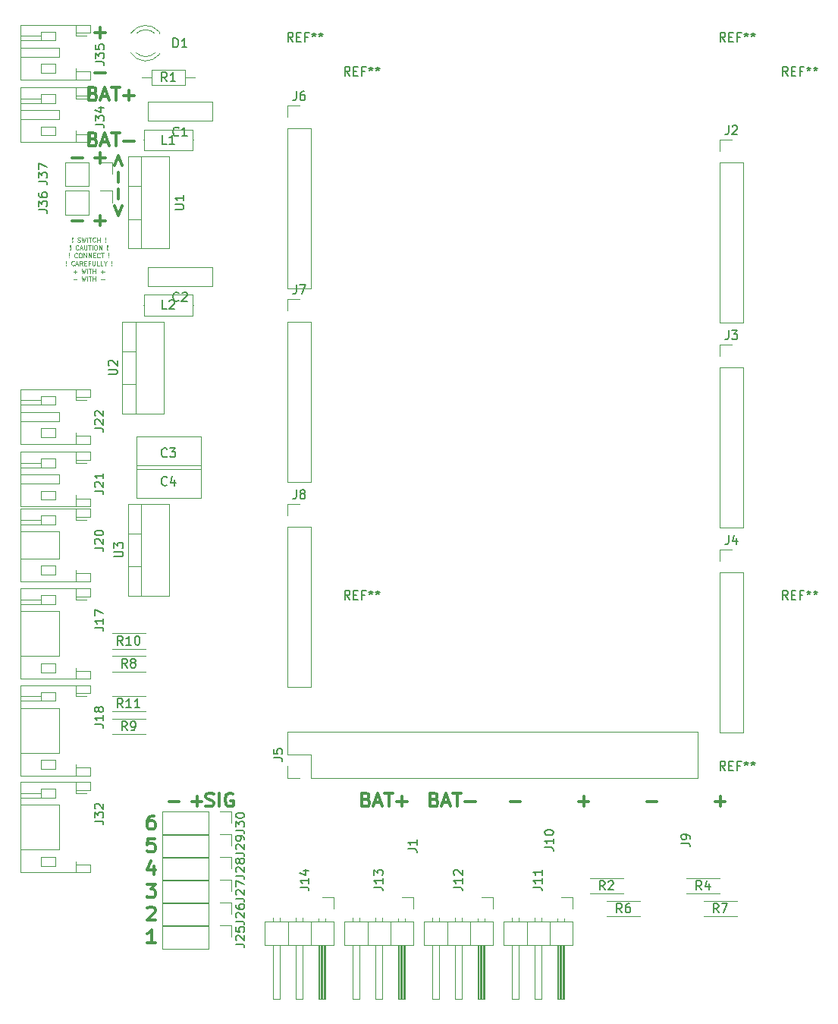
<source format=gbr>
G04 #@! TF.FileFunction,Legend,Top*
%FSLAX46Y46*%
G04 Gerber Fmt 4.6, Leading zero omitted, Abs format (unit mm)*
G04 Created by KiCad (PCBNEW 4.0.7) date 03/02/18 17:19:26*
%MOMM*%
%LPD*%
G01*
G04 APERTURE LIST*
%ADD10C,0.100000*%
%ADD11C,0.300000*%
%ADD12C,0.125000*%
%ADD13C,0.120000*%
%ADD14C,0.150000*%
G04 APERTURE END LIST*
D10*
D11*
X108263571Y-74604286D02*
X108692143Y-75747143D01*
X109120714Y-74604286D01*
X108692143Y-73890000D02*
X108692143Y-72747143D01*
X108692143Y-72032857D02*
X108692143Y-70890000D01*
X108263571Y-70175714D02*
X108692143Y-69032857D01*
X109120714Y-70175714D01*
X103568572Y-69322143D02*
X104711429Y-69322143D01*
X103568572Y-76307143D02*
X104711429Y-76307143D01*
X106108572Y-69322143D02*
X107251429Y-69322143D01*
X106680000Y-69893571D02*
X106680000Y-68750714D01*
X106108572Y-76307143D02*
X107251429Y-76307143D01*
X106680000Y-76878571D02*
X106680000Y-75735714D01*
D12*
X103564763Y-78636071D02*
X103588572Y-78659881D01*
X103564763Y-78683690D01*
X103540953Y-78659881D01*
X103564763Y-78636071D01*
X103564763Y-78683690D01*
X103564763Y-78493214D02*
X103540953Y-78207500D01*
X103564763Y-78183690D01*
X103588572Y-78207500D01*
X103564763Y-78493214D01*
X103564763Y-78183690D01*
X104160000Y-78659881D02*
X104231429Y-78683690D01*
X104350476Y-78683690D01*
X104398095Y-78659881D01*
X104421905Y-78636071D01*
X104445714Y-78588452D01*
X104445714Y-78540833D01*
X104421905Y-78493214D01*
X104398095Y-78469405D01*
X104350476Y-78445595D01*
X104255238Y-78421786D01*
X104207619Y-78397976D01*
X104183810Y-78374167D01*
X104160000Y-78326548D01*
X104160000Y-78278929D01*
X104183810Y-78231310D01*
X104207619Y-78207500D01*
X104255238Y-78183690D01*
X104374286Y-78183690D01*
X104445714Y-78207500D01*
X104612381Y-78183690D02*
X104731428Y-78683690D01*
X104826666Y-78326548D01*
X104921904Y-78683690D01*
X105040952Y-78183690D01*
X105231429Y-78683690D02*
X105231429Y-78183690D01*
X105398095Y-78183690D02*
X105683809Y-78183690D01*
X105540952Y-78683690D02*
X105540952Y-78183690D01*
X106136190Y-78636071D02*
X106112380Y-78659881D01*
X106040952Y-78683690D01*
X105993333Y-78683690D01*
X105921904Y-78659881D01*
X105874285Y-78612262D01*
X105850476Y-78564643D01*
X105826666Y-78469405D01*
X105826666Y-78397976D01*
X105850476Y-78302738D01*
X105874285Y-78255119D01*
X105921904Y-78207500D01*
X105993333Y-78183690D01*
X106040952Y-78183690D01*
X106112380Y-78207500D01*
X106136190Y-78231310D01*
X106350476Y-78683690D02*
X106350476Y-78183690D01*
X106350476Y-78421786D02*
X106636190Y-78421786D01*
X106636190Y-78683690D02*
X106636190Y-78183690D01*
X107255238Y-78636071D02*
X107279047Y-78659881D01*
X107255238Y-78683690D01*
X107231428Y-78659881D01*
X107255238Y-78636071D01*
X107255238Y-78683690D01*
X107255238Y-78493214D02*
X107231428Y-78207500D01*
X107255238Y-78183690D01*
X107279047Y-78207500D01*
X107255238Y-78493214D01*
X107255238Y-78183690D01*
X103350477Y-79511071D02*
X103374286Y-79534881D01*
X103350477Y-79558690D01*
X103326667Y-79534881D01*
X103350477Y-79511071D01*
X103350477Y-79558690D01*
X103350477Y-79368214D02*
X103326667Y-79082500D01*
X103350477Y-79058690D01*
X103374286Y-79082500D01*
X103350477Y-79368214D01*
X103350477Y-79058690D01*
X104255238Y-79511071D02*
X104231428Y-79534881D01*
X104160000Y-79558690D01*
X104112381Y-79558690D01*
X104040952Y-79534881D01*
X103993333Y-79487262D01*
X103969524Y-79439643D01*
X103945714Y-79344405D01*
X103945714Y-79272976D01*
X103969524Y-79177738D01*
X103993333Y-79130119D01*
X104040952Y-79082500D01*
X104112381Y-79058690D01*
X104160000Y-79058690D01*
X104231428Y-79082500D01*
X104255238Y-79106310D01*
X104445714Y-79415833D02*
X104683809Y-79415833D01*
X104398095Y-79558690D02*
X104564762Y-79058690D01*
X104731428Y-79558690D01*
X104898095Y-79058690D02*
X104898095Y-79463452D01*
X104921904Y-79511071D01*
X104945714Y-79534881D01*
X104993333Y-79558690D01*
X105088571Y-79558690D01*
X105136190Y-79534881D01*
X105159999Y-79511071D01*
X105183809Y-79463452D01*
X105183809Y-79058690D01*
X105350476Y-79058690D02*
X105636190Y-79058690D01*
X105493333Y-79558690D02*
X105493333Y-79058690D01*
X105802857Y-79558690D02*
X105802857Y-79058690D01*
X106136190Y-79058690D02*
X106231428Y-79058690D01*
X106279047Y-79082500D01*
X106326666Y-79130119D01*
X106350475Y-79225357D01*
X106350475Y-79392024D01*
X106326666Y-79487262D01*
X106279047Y-79534881D01*
X106231428Y-79558690D01*
X106136190Y-79558690D01*
X106088571Y-79534881D01*
X106040952Y-79487262D01*
X106017142Y-79392024D01*
X106017142Y-79225357D01*
X106040952Y-79130119D01*
X106088571Y-79082500D01*
X106136190Y-79058690D01*
X106564762Y-79558690D02*
X106564762Y-79058690D01*
X106850476Y-79558690D01*
X106850476Y-79058690D01*
X107469524Y-79511071D02*
X107493333Y-79534881D01*
X107469524Y-79558690D01*
X107445714Y-79534881D01*
X107469524Y-79511071D01*
X107469524Y-79558690D01*
X107469524Y-79368214D02*
X107445714Y-79082500D01*
X107469524Y-79058690D01*
X107493333Y-79082500D01*
X107469524Y-79368214D01*
X107469524Y-79058690D01*
X103207620Y-80386071D02*
X103231429Y-80409881D01*
X103207620Y-80433690D01*
X103183810Y-80409881D01*
X103207620Y-80386071D01*
X103207620Y-80433690D01*
X103207620Y-80243214D02*
X103183810Y-79957500D01*
X103207620Y-79933690D01*
X103231429Y-79957500D01*
X103207620Y-80243214D01*
X103207620Y-79933690D01*
X104112381Y-80386071D02*
X104088571Y-80409881D01*
X104017143Y-80433690D01*
X103969524Y-80433690D01*
X103898095Y-80409881D01*
X103850476Y-80362262D01*
X103826667Y-80314643D01*
X103802857Y-80219405D01*
X103802857Y-80147976D01*
X103826667Y-80052738D01*
X103850476Y-80005119D01*
X103898095Y-79957500D01*
X103969524Y-79933690D01*
X104017143Y-79933690D01*
X104088571Y-79957500D01*
X104112381Y-79981310D01*
X104421905Y-79933690D02*
X104517143Y-79933690D01*
X104564762Y-79957500D01*
X104612381Y-80005119D01*
X104636190Y-80100357D01*
X104636190Y-80267024D01*
X104612381Y-80362262D01*
X104564762Y-80409881D01*
X104517143Y-80433690D01*
X104421905Y-80433690D01*
X104374286Y-80409881D01*
X104326667Y-80362262D01*
X104302857Y-80267024D01*
X104302857Y-80100357D01*
X104326667Y-80005119D01*
X104374286Y-79957500D01*
X104421905Y-79933690D01*
X104850477Y-80433690D02*
X104850477Y-79933690D01*
X105136191Y-80433690D01*
X105136191Y-79933690D01*
X105374287Y-80433690D02*
X105374287Y-79933690D01*
X105660001Y-80433690D01*
X105660001Y-79933690D01*
X105898097Y-80171786D02*
X106064763Y-80171786D01*
X106136192Y-80433690D02*
X105898097Y-80433690D01*
X105898097Y-79933690D01*
X106136192Y-79933690D01*
X106636192Y-80386071D02*
X106612382Y-80409881D01*
X106540954Y-80433690D01*
X106493335Y-80433690D01*
X106421906Y-80409881D01*
X106374287Y-80362262D01*
X106350478Y-80314643D01*
X106326668Y-80219405D01*
X106326668Y-80147976D01*
X106350478Y-80052738D01*
X106374287Y-80005119D01*
X106421906Y-79957500D01*
X106493335Y-79933690D01*
X106540954Y-79933690D01*
X106612382Y-79957500D01*
X106636192Y-79981310D01*
X106779049Y-79933690D02*
X107064763Y-79933690D01*
X106921906Y-80433690D02*
X106921906Y-79933690D01*
X107612382Y-80386071D02*
X107636191Y-80409881D01*
X107612382Y-80433690D01*
X107588572Y-80409881D01*
X107612382Y-80386071D01*
X107612382Y-80433690D01*
X107612382Y-80243214D02*
X107588572Y-79957500D01*
X107612382Y-79933690D01*
X107636191Y-79957500D01*
X107612382Y-80243214D01*
X107612382Y-79933690D01*
X102874287Y-81261071D02*
X102898096Y-81284881D01*
X102874287Y-81308690D01*
X102850477Y-81284881D01*
X102874287Y-81261071D01*
X102874287Y-81308690D01*
X102874287Y-81118214D02*
X102850477Y-80832500D01*
X102874287Y-80808690D01*
X102898096Y-80832500D01*
X102874287Y-81118214D01*
X102874287Y-80808690D01*
X103779048Y-81261071D02*
X103755238Y-81284881D01*
X103683810Y-81308690D01*
X103636191Y-81308690D01*
X103564762Y-81284881D01*
X103517143Y-81237262D01*
X103493334Y-81189643D01*
X103469524Y-81094405D01*
X103469524Y-81022976D01*
X103493334Y-80927738D01*
X103517143Y-80880119D01*
X103564762Y-80832500D01*
X103636191Y-80808690D01*
X103683810Y-80808690D01*
X103755238Y-80832500D01*
X103779048Y-80856310D01*
X103969524Y-81165833D02*
X104207619Y-81165833D01*
X103921905Y-81308690D02*
X104088572Y-80808690D01*
X104255238Y-81308690D01*
X104707619Y-81308690D02*
X104540952Y-81070595D01*
X104421905Y-81308690D02*
X104421905Y-80808690D01*
X104612381Y-80808690D01*
X104660000Y-80832500D01*
X104683809Y-80856310D01*
X104707619Y-80903929D01*
X104707619Y-80975357D01*
X104683809Y-81022976D01*
X104660000Y-81046786D01*
X104612381Y-81070595D01*
X104421905Y-81070595D01*
X104921905Y-81046786D02*
X105088571Y-81046786D01*
X105160000Y-81308690D02*
X104921905Y-81308690D01*
X104921905Y-80808690D01*
X105160000Y-80808690D01*
X105540952Y-81046786D02*
X105374286Y-81046786D01*
X105374286Y-81308690D02*
X105374286Y-80808690D01*
X105612381Y-80808690D01*
X105802857Y-80808690D02*
X105802857Y-81213452D01*
X105826666Y-81261071D01*
X105850476Y-81284881D01*
X105898095Y-81308690D01*
X105993333Y-81308690D01*
X106040952Y-81284881D01*
X106064761Y-81261071D01*
X106088571Y-81213452D01*
X106088571Y-80808690D01*
X106564762Y-81308690D02*
X106326667Y-81308690D01*
X106326667Y-80808690D01*
X106969524Y-81308690D02*
X106731429Y-81308690D01*
X106731429Y-80808690D01*
X107231429Y-81070595D02*
X107231429Y-81308690D01*
X107064762Y-80808690D02*
X107231429Y-81070595D01*
X107398095Y-80808690D01*
X107945714Y-81261071D02*
X107969523Y-81284881D01*
X107945714Y-81308690D01*
X107921904Y-81284881D01*
X107945714Y-81261071D01*
X107945714Y-81308690D01*
X107945714Y-81118214D02*
X107921904Y-80832500D01*
X107945714Y-80808690D01*
X107969523Y-80832500D01*
X107945714Y-81118214D01*
X107945714Y-80808690D01*
X103671905Y-81993214D02*
X104052857Y-81993214D01*
X103862381Y-82183690D02*
X103862381Y-81802738D01*
X104624286Y-81683690D02*
X104743333Y-82183690D01*
X104838571Y-81826548D01*
X104933809Y-82183690D01*
X105052857Y-81683690D01*
X105243334Y-82183690D02*
X105243334Y-81683690D01*
X105410000Y-81683690D02*
X105695714Y-81683690D01*
X105552857Y-82183690D02*
X105552857Y-81683690D01*
X105862381Y-82183690D02*
X105862381Y-81683690D01*
X105862381Y-81921786D02*
X106148095Y-81921786D01*
X106148095Y-82183690D02*
X106148095Y-81683690D01*
X106767143Y-81993214D02*
X107148095Y-81993214D01*
X106957619Y-82183690D02*
X106957619Y-81802738D01*
X103671905Y-82868214D02*
X104052857Y-82868214D01*
X104624286Y-82558690D02*
X104743333Y-83058690D01*
X104838571Y-82701548D01*
X104933809Y-83058690D01*
X105052857Y-82558690D01*
X105243334Y-83058690D02*
X105243334Y-82558690D01*
X105410000Y-82558690D02*
X105695714Y-82558690D01*
X105552857Y-83058690D02*
X105552857Y-82558690D01*
X105862381Y-83058690D02*
X105862381Y-82558690D01*
X105862381Y-82796786D02*
X106148095Y-82796786D01*
X106148095Y-83058690D02*
X106148095Y-82558690D01*
X106767143Y-82868214D02*
X107148095Y-82868214D01*
D11*
X175323572Y-141077143D02*
X176466429Y-141077143D01*
X175895000Y-141648571D02*
X175895000Y-140505714D01*
X167703572Y-141077143D02*
X168846429Y-141077143D01*
X160083572Y-141077143D02*
X161226429Y-141077143D01*
X160655000Y-141648571D02*
X160655000Y-140505714D01*
X152463572Y-141077143D02*
X153606429Y-141077143D01*
X106108572Y-59797143D02*
X107251429Y-59797143D01*
X106108572Y-55352143D02*
X107251429Y-55352143D01*
X106680000Y-55923571D02*
X106680000Y-54780714D01*
X105914286Y-67202857D02*
X106128572Y-67274286D01*
X106200000Y-67345714D01*
X106271429Y-67488571D01*
X106271429Y-67702857D01*
X106200000Y-67845714D01*
X106128572Y-67917143D01*
X105985714Y-67988571D01*
X105414286Y-67988571D01*
X105414286Y-66488571D01*
X105914286Y-66488571D01*
X106057143Y-66560000D01*
X106128572Y-66631429D01*
X106200000Y-66774286D01*
X106200000Y-66917143D01*
X106128572Y-67060000D01*
X106057143Y-67131429D01*
X105914286Y-67202857D01*
X105414286Y-67202857D01*
X106842857Y-67560000D02*
X107557143Y-67560000D01*
X106700000Y-67988571D02*
X107200000Y-66488571D01*
X107700000Y-67988571D01*
X107985714Y-66488571D02*
X108842857Y-66488571D01*
X108414286Y-67988571D02*
X108414286Y-66488571D01*
X109342857Y-67417143D02*
X110485714Y-67417143D01*
X105914286Y-62122857D02*
X106128572Y-62194286D01*
X106200000Y-62265714D01*
X106271429Y-62408571D01*
X106271429Y-62622857D01*
X106200000Y-62765714D01*
X106128572Y-62837143D01*
X105985714Y-62908571D01*
X105414286Y-62908571D01*
X105414286Y-61408571D01*
X105914286Y-61408571D01*
X106057143Y-61480000D01*
X106128572Y-61551429D01*
X106200000Y-61694286D01*
X106200000Y-61837143D01*
X106128572Y-61980000D01*
X106057143Y-62051429D01*
X105914286Y-62122857D01*
X105414286Y-62122857D01*
X106842857Y-62480000D02*
X107557143Y-62480000D01*
X106700000Y-62908571D02*
X107200000Y-61408571D01*
X107700000Y-62908571D01*
X107985714Y-61408571D02*
X108842857Y-61408571D01*
X108414286Y-62908571D02*
X108414286Y-61408571D01*
X109342857Y-62337143D02*
X110485714Y-62337143D01*
X109914285Y-62908571D02*
X109914285Y-61765714D01*
X144014286Y-140862857D02*
X144228572Y-140934286D01*
X144300000Y-141005714D01*
X144371429Y-141148571D01*
X144371429Y-141362857D01*
X144300000Y-141505714D01*
X144228572Y-141577143D01*
X144085714Y-141648571D01*
X143514286Y-141648571D01*
X143514286Y-140148571D01*
X144014286Y-140148571D01*
X144157143Y-140220000D01*
X144228572Y-140291429D01*
X144300000Y-140434286D01*
X144300000Y-140577143D01*
X144228572Y-140720000D01*
X144157143Y-140791429D01*
X144014286Y-140862857D01*
X143514286Y-140862857D01*
X144942857Y-141220000D02*
X145657143Y-141220000D01*
X144800000Y-141648571D02*
X145300000Y-140148571D01*
X145800000Y-141648571D01*
X146085714Y-140148571D02*
X146942857Y-140148571D01*
X146514286Y-141648571D02*
X146514286Y-140148571D01*
X147442857Y-141077143D02*
X148585714Y-141077143D01*
X136394286Y-140862857D02*
X136608572Y-140934286D01*
X136680000Y-141005714D01*
X136751429Y-141148571D01*
X136751429Y-141362857D01*
X136680000Y-141505714D01*
X136608572Y-141577143D01*
X136465714Y-141648571D01*
X135894286Y-141648571D01*
X135894286Y-140148571D01*
X136394286Y-140148571D01*
X136537143Y-140220000D01*
X136608572Y-140291429D01*
X136680000Y-140434286D01*
X136680000Y-140577143D01*
X136608572Y-140720000D01*
X136537143Y-140791429D01*
X136394286Y-140862857D01*
X135894286Y-140862857D01*
X137322857Y-141220000D02*
X138037143Y-141220000D01*
X137180000Y-141648571D02*
X137680000Y-140148571D01*
X138180000Y-141648571D01*
X138465714Y-140148571D02*
X139322857Y-140148571D01*
X138894286Y-141648571D02*
X138894286Y-140148571D01*
X139822857Y-141077143D02*
X140965714Y-141077143D01*
X140394285Y-141648571D02*
X140394285Y-140505714D01*
X112680715Y-142688571D02*
X112395001Y-142688571D01*
X112252144Y-142760000D01*
X112180715Y-142831429D01*
X112037858Y-143045714D01*
X111966429Y-143331429D01*
X111966429Y-143902857D01*
X112037858Y-144045714D01*
X112109286Y-144117143D01*
X112252144Y-144188571D01*
X112537858Y-144188571D01*
X112680715Y-144117143D01*
X112752144Y-144045714D01*
X112823572Y-143902857D01*
X112823572Y-143545714D01*
X112752144Y-143402857D01*
X112680715Y-143331429D01*
X112537858Y-143260000D01*
X112252144Y-143260000D01*
X112109286Y-143331429D01*
X112037858Y-143402857D01*
X111966429Y-143545714D01*
X112752144Y-145228571D02*
X112037858Y-145228571D01*
X111966429Y-145942857D01*
X112037858Y-145871429D01*
X112180715Y-145800000D01*
X112537858Y-145800000D01*
X112680715Y-145871429D01*
X112752144Y-145942857D01*
X112823572Y-146085714D01*
X112823572Y-146442857D01*
X112752144Y-146585714D01*
X112680715Y-146657143D01*
X112537858Y-146728571D01*
X112180715Y-146728571D01*
X112037858Y-146657143D01*
X111966429Y-146585714D01*
X112680715Y-148268571D02*
X112680715Y-149268571D01*
X112323572Y-147697143D02*
X111966429Y-148768571D01*
X112895001Y-148768571D01*
X111895001Y-150308571D02*
X112823572Y-150308571D01*
X112323572Y-150880000D01*
X112537858Y-150880000D01*
X112680715Y-150951429D01*
X112752144Y-151022857D01*
X112823572Y-151165714D01*
X112823572Y-151522857D01*
X112752144Y-151665714D01*
X112680715Y-151737143D01*
X112537858Y-151808571D01*
X112109286Y-151808571D01*
X111966429Y-151737143D01*
X111895001Y-151665714D01*
X111966429Y-152991429D02*
X112037858Y-152920000D01*
X112180715Y-152848571D01*
X112537858Y-152848571D01*
X112680715Y-152920000D01*
X112752144Y-152991429D01*
X112823572Y-153134286D01*
X112823572Y-153277143D01*
X112752144Y-153491429D01*
X111895001Y-154348571D01*
X112823572Y-154348571D01*
X112823572Y-156888571D02*
X111966429Y-156888571D01*
X112395001Y-156888571D02*
X112395001Y-155388571D01*
X112252144Y-155602857D01*
X112109286Y-155745714D01*
X111966429Y-155817143D01*
X118479286Y-141577143D02*
X118693572Y-141648571D01*
X119050715Y-141648571D01*
X119193572Y-141577143D01*
X119265001Y-141505714D01*
X119336429Y-141362857D01*
X119336429Y-141220000D01*
X119265001Y-141077143D01*
X119193572Y-141005714D01*
X119050715Y-140934286D01*
X118765001Y-140862857D01*
X118622143Y-140791429D01*
X118550715Y-140720000D01*
X118479286Y-140577143D01*
X118479286Y-140434286D01*
X118550715Y-140291429D01*
X118622143Y-140220000D01*
X118765001Y-140148571D01*
X119122143Y-140148571D01*
X119336429Y-140220000D01*
X119979286Y-141648571D02*
X119979286Y-140148571D01*
X121479286Y-140220000D02*
X121336429Y-140148571D01*
X121122143Y-140148571D01*
X120907858Y-140220000D01*
X120765000Y-140362857D01*
X120693572Y-140505714D01*
X120622143Y-140791429D01*
X120622143Y-141005714D01*
X120693572Y-141291429D01*
X120765000Y-141434286D01*
X120907858Y-141577143D01*
X121122143Y-141648571D01*
X121265000Y-141648571D01*
X121479286Y-141577143D01*
X121550715Y-141505714D01*
X121550715Y-141005714D01*
X121265000Y-141005714D01*
X116903572Y-141077143D02*
X118046429Y-141077143D01*
X117475000Y-141648571D02*
X117475000Y-140505714D01*
X114363572Y-141077143D02*
X115506429Y-141077143D01*
D13*
X110087665Y-57593608D02*
G75*
G03X113320000Y-57750516I1672335J1078608D01*
G01*
X110087665Y-55436392D02*
G75*
G02X113320000Y-55279484I1672335J-1078608D01*
G01*
X110718870Y-57594837D02*
G75*
G03X112800961Y-57595000I1041130J1079837D01*
G01*
X110718870Y-55435163D02*
G75*
G02X112800961Y-55435000I1041130J-1079837D01*
G01*
X113320000Y-57751000D02*
X113320000Y-57595000D01*
X113320000Y-55435000D02*
X113320000Y-55279000D01*
X159445000Y-154475000D02*
X151705000Y-154475000D01*
X151705000Y-154475000D02*
X151705000Y-157135000D01*
X151705000Y-157135000D02*
X159445000Y-157135000D01*
X159445000Y-157135000D02*
X159445000Y-154475000D01*
X158495000Y-157135000D02*
X158495000Y-163135000D01*
X158495000Y-163135000D02*
X157735000Y-163135000D01*
X157735000Y-163135000D02*
X157735000Y-157135000D01*
X158435000Y-157135000D02*
X158435000Y-163135000D01*
X158315000Y-157135000D02*
X158315000Y-163135000D01*
X158195000Y-157135000D02*
X158195000Y-163135000D01*
X158075000Y-157135000D02*
X158075000Y-163135000D01*
X157955000Y-157135000D02*
X157955000Y-163135000D01*
X157835000Y-157135000D02*
X157835000Y-163135000D01*
X158495000Y-154145000D02*
X158495000Y-154475000D01*
X157735000Y-154145000D02*
X157735000Y-154475000D01*
X156845000Y-154475000D02*
X156845000Y-157135000D01*
X155955000Y-157135000D02*
X155955000Y-163135000D01*
X155955000Y-163135000D02*
X155195000Y-163135000D01*
X155195000Y-163135000D02*
X155195000Y-157135000D01*
X155955000Y-154077929D02*
X155955000Y-154475000D01*
X155195000Y-154077929D02*
X155195000Y-154475000D01*
X154305000Y-154475000D02*
X154305000Y-157135000D01*
X153415000Y-157135000D02*
X153415000Y-163135000D01*
X153415000Y-163135000D02*
X152655000Y-163135000D01*
X152655000Y-163135000D02*
X152655000Y-157135000D01*
X153415000Y-154077929D02*
X153415000Y-154475000D01*
X152655000Y-154077929D02*
X152655000Y-154475000D01*
X158115000Y-151765000D02*
X159385000Y-151765000D01*
X159385000Y-151765000D02*
X159385000Y-153035000D01*
X150555000Y-154475000D02*
X142815000Y-154475000D01*
X142815000Y-154475000D02*
X142815000Y-157135000D01*
X142815000Y-157135000D02*
X150555000Y-157135000D01*
X150555000Y-157135000D02*
X150555000Y-154475000D01*
X149605000Y-157135000D02*
X149605000Y-163135000D01*
X149605000Y-163135000D02*
X148845000Y-163135000D01*
X148845000Y-163135000D02*
X148845000Y-157135000D01*
X149545000Y-157135000D02*
X149545000Y-163135000D01*
X149425000Y-157135000D02*
X149425000Y-163135000D01*
X149305000Y-157135000D02*
X149305000Y-163135000D01*
X149185000Y-157135000D02*
X149185000Y-163135000D01*
X149065000Y-157135000D02*
X149065000Y-163135000D01*
X148945000Y-157135000D02*
X148945000Y-163135000D01*
X149605000Y-154145000D02*
X149605000Y-154475000D01*
X148845000Y-154145000D02*
X148845000Y-154475000D01*
X147955000Y-154475000D02*
X147955000Y-157135000D01*
X147065000Y-157135000D02*
X147065000Y-163135000D01*
X147065000Y-163135000D02*
X146305000Y-163135000D01*
X146305000Y-163135000D02*
X146305000Y-157135000D01*
X147065000Y-154077929D02*
X147065000Y-154475000D01*
X146305000Y-154077929D02*
X146305000Y-154475000D01*
X145415000Y-154475000D02*
X145415000Y-157135000D01*
X144525000Y-157135000D02*
X144525000Y-163135000D01*
X144525000Y-163135000D02*
X143765000Y-163135000D01*
X143765000Y-163135000D02*
X143765000Y-157135000D01*
X144525000Y-154077929D02*
X144525000Y-154475000D01*
X143765000Y-154077929D02*
X143765000Y-154475000D01*
X149225000Y-151765000D02*
X150495000Y-151765000D01*
X150495000Y-151765000D02*
X150495000Y-153035000D01*
X141665000Y-154475000D02*
X133925000Y-154475000D01*
X133925000Y-154475000D02*
X133925000Y-157135000D01*
X133925000Y-157135000D02*
X141665000Y-157135000D01*
X141665000Y-157135000D02*
X141665000Y-154475000D01*
X140715000Y-157135000D02*
X140715000Y-163135000D01*
X140715000Y-163135000D02*
X139955000Y-163135000D01*
X139955000Y-163135000D02*
X139955000Y-157135000D01*
X140655000Y-157135000D02*
X140655000Y-163135000D01*
X140535000Y-157135000D02*
X140535000Y-163135000D01*
X140415000Y-157135000D02*
X140415000Y-163135000D01*
X140295000Y-157135000D02*
X140295000Y-163135000D01*
X140175000Y-157135000D02*
X140175000Y-163135000D01*
X140055000Y-157135000D02*
X140055000Y-163135000D01*
X140715000Y-154145000D02*
X140715000Y-154475000D01*
X139955000Y-154145000D02*
X139955000Y-154475000D01*
X139065000Y-154475000D02*
X139065000Y-157135000D01*
X138175000Y-157135000D02*
X138175000Y-163135000D01*
X138175000Y-163135000D02*
X137415000Y-163135000D01*
X137415000Y-163135000D02*
X137415000Y-157135000D01*
X138175000Y-154077929D02*
X138175000Y-154475000D01*
X137415000Y-154077929D02*
X137415000Y-154475000D01*
X136525000Y-154475000D02*
X136525000Y-157135000D01*
X135635000Y-157135000D02*
X135635000Y-163135000D01*
X135635000Y-163135000D02*
X134875000Y-163135000D01*
X134875000Y-163135000D02*
X134875000Y-157135000D01*
X135635000Y-154077929D02*
X135635000Y-154475000D01*
X134875000Y-154077929D02*
X134875000Y-154475000D01*
X140335000Y-151765000D02*
X141605000Y-151765000D01*
X141605000Y-151765000D02*
X141605000Y-153035000D01*
X132775000Y-154475000D02*
X125035000Y-154475000D01*
X125035000Y-154475000D02*
X125035000Y-157135000D01*
X125035000Y-157135000D02*
X132775000Y-157135000D01*
X132775000Y-157135000D02*
X132775000Y-154475000D01*
X131825000Y-157135000D02*
X131825000Y-163135000D01*
X131825000Y-163135000D02*
X131065000Y-163135000D01*
X131065000Y-163135000D02*
X131065000Y-157135000D01*
X131765000Y-157135000D02*
X131765000Y-163135000D01*
X131645000Y-157135000D02*
X131645000Y-163135000D01*
X131525000Y-157135000D02*
X131525000Y-163135000D01*
X131405000Y-157135000D02*
X131405000Y-163135000D01*
X131285000Y-157135000D02*
X131285000Y-163135000D01*
X131165000Y-157135000D02*
X131165000Y-163135000D01*
X131825000Y-154145000D02*
X131825000Y-154475000D01*
X131065000Y-154145000D02*
X131065000Y-154475000D01*
X130175000Y-154475000D02*
X130175000Y-157135000D01*
X129285000Y-157135000D02*
X129285000Y-163135000D01*
X129285000Y-163135000D02*
X128525000Y-163135000D01*
X128525000Y-163135000D02*
X128525000Y-157135000D01*
X129285000Y-154077929D02*
X129285000Y-154475000D01*
X128525000Y-154077929D02*
X128525000Y-154475000D01*
X127635000Y-154475000D02*
X127635000Y-157135000D01*
X126745000Y-157135000D02*
X126745000Y-163135000D01*
X126745000Y-163135000D02*
X125985000Y-163135000D01*
X125985000Y-163135000D02*
X125985000Y-157135000D01*
X126745000Y-154077929D02*
X126745000Y-154475000D01*
X125985000Y-154077929D02*
X125985000Y-154475000D01*
X131445000Y-151765000D02*
X132715000Y-151765000D01*
X132715000Y-151765000D02*
X132715000Y-153035000D01*
X97790000Y-119880000D02*
X102140000Y-119880000D01*
X102140000Y-119880000D02*
X102140000Y-124880000D01*
X102140000Y-124880000D02*
X97790000Y-124880000D01*
X103990000Y-118580000D02*
X103990000Y-118230000D01*
X103990000Y-118230000D02*
X105590000Y-118230000D01*
X105590000Y-118230000D02*
X105590000Y-117330000D01*
X105590000Y-117330000D02*
X97790000Y-117330000D01*
X97790000Y-117330000D02*
X97790000Y-127430000D01*
X97790000Y-127430000D02*
X105590000Y-127430000D01*
X105590000Y-127430000D02*
X105590000Y-126530000D01*
X105590000Y-126530000D02*
X103990000Y-126530000D01*
X103990000Y-126530000D02*
X103990000Y-126180000D01*
X103990000Y-117330000D02*
X103990000Y-118230000D01*
X103990000Y-127430000D02*
X103990000Y-126530000D01*
X101640000Y-118080000D02*
X100040000Y-118080000D01*
X100040000Y-118080000D02*
X100040000Y-119080000D01*
X100040000Y-119080000D02*
X101640000Y-119080000D01*
X101640000Y-119080000D02*
X101640000Y-118080000D01*
X101640000Y-126680000D02*
X100040000Y-126680000D01*
X100040000Y-126680000D02*
X100040000Y-125680000D01*
X100040000Y-125680000D02*
X101640000Y-125680000D01*
X101640000Y-125680000D02*
X101640000Y-126680000D01*
X100040000Y-119080000D02*
X97790000Y-119080000D01*
X100040000Y-118580000D02*
X97790000Y-118580000D01*
X103990000Y-118580000D02*
X105190000Y-118580000D01*
X97790000Y-130675000D02*
X102140000Y-130675000D01*
X102140000Y-130675000D02*
X102140000Y-135675000D01*
X102140000Y-135675000D02*
X97790000Y-135675000D01*
X103990000Y-129375000D02*
X103990000Y-129025000D01*
X103990000Y-129025000D02*
X105590000Y-129025000D01*
X105590000Y-129025000D02*
X105590000Y-128125000D01*
X105590000Y-128125000D02*
X97790000Y-128125000D01*
X97790000Y-128125000D02*
X97790000Y-138225000D01*
X97790000Y-138225000D02*
X105590000Y-138225000D01*
X105590000Y-138225000D02*
X105590000Y-137325000D01*
X105590000Y-137325000D02*
X103990000Y-137325000D01*
X103990000Y-137325000D02*
X103990000Y-136975000D01*
X103990000Y-128125000D02*
X103990000Y-129025000D01*
X103990000Y-138225000D02*
X103990000Y-137325000D01*
X101640000Y-128875000D02*
X100040000Y-128875000D01*
X100040000Y-128875000D02*
X100040000Y-129875000D01*
X100040000Y-129875000D02*
X101640000Y-129875000D01*
X101640000Y-129875000D02*
X101640000Y-128875000D01*
X101640000Y-137475000D02*
X100040000Y-137475000D01*
X100040000Y-137475000D02*
X100040000Y-136475000D01*
X100040000Y-136475000D02*
X101640000Y-136475000D01*
X101640000Y-136475000D02*
X101640000Y-137475000D01*
X100040000Y-129875000D02*
X97790000Y-129875000D01*
X100040000Y-129375000D02*
X97790000Y-129375000D01*
X103990000Y-129375000D02*
X105190000Y-129375000D01*
X97790000Y-110990000D02*
X102140000Y-110990000D01*
X102140000Y-110990000D02*
X102140000Y-113990000D01*
X102140000Y-113990000D02*
X97790000Y-113990000D01*
X103990000Y-109690000D02*
X103990000Y-109340000D01*
X103990000Y-109340000D02*
X105590000Y-109340000D01*
X105590000Y-109340000D02*
X105590000Y-108440000D01*
X105590000Y-108440000D02*
X97790000Y-108440000D01*
X97790000Y-108440000D02*
X97790000Y-116540000D01*
X97790000Y-116540000D02*
X105590000Y-116540000D01*
X105590000Y-116540000D02*
X105590000Y-115640000D01*
X105590000Y-115640000D02*
X103990000Y-115640000D01*
X103990000Y-115640000D02*
X103990000Y-115290000D01*
X103990000Y-108440000D02*
X103990000Y-109340000D01*
X103990000Y-116540000D02*
X103990000Y-115640000D01*
X101640000Y-109190000D02*
X100040000Y-109190000D01*
X100040000Y-109190000D02*
X100040000Y-110190000D01*
X100040000Y-110190000D02*
X101640000Y-110190000D01*
X101640000Y-110190000D02*
X101640000Y-109190000D01*
X101640000Y-115790000D02*
X100040000Y-115790000D01*
X100040000Y-115790000D02*
X100040000Y-114790000D01*
X100040000Y-114790000D02*
X101640000Y-114790000D01*
X101640000Y-114790000D02*
X101640000Y-115790000D01*
X100040000Y-110190000D02*
X97790000Y-110190000D01*
X100040000Y-109690000D02*
X97790000Y-109690000D01*
X103990000Y-109690000D02*
X105190000Y-109690000D01*
X97790000Y-104640000D02*
X102140000Y-104640000D01*
X102140000Y-104640000D02*
X102140000Y-105640000D01*
X102140000Y-105640000D02*
X97790000Y-105640000D01*
X103990000Y-103340000D02*
X103990000Y-102990000D01*
X103990000Y-102990000D02*
X105590000Y-102990000D01*
X105590000Y-102990000D02*
X105590000Y-102090000D01*
X105590000Y-102090000D02*
X97790000Y-102090000D01*
X97790000Y-102090000D02*
X97790000Y-108190000D01*
X97790000Y-108190000D02*
X105590000Y-108190000D01*
X105590000Y-108190000D02*
X105590000Y-107290000D01*
X105590000Y-107290000D02*
X103990000Y-107290000D01*
X103990000Y-107290000D02*
X103990000Y-106940000D01*
X103990000Y-102090000D02*
X103990000Y-102990000D01*
X103990000Y-108190000D02*
X103990000Y-107290000D01*
X101640000Y-102840000D02*
X100040000Y-102840000D01*
X100040000Y-102840000D02*
X100040000Y-103840000D01*
X100040000Y-103840000D02*
X101640000Y-103840000D01*
X101640000Y-103840000D02*
X101640000Y-102840000D01*
X101640000Y-107440000D02*
X100040000Y-107440000D01*
X100040000Y-107440000D02*
X100040000Y-106440000D01*
X100040000Y-106440000D02*
X101640000Y-106440000D01*
X101640000Y-106440000D02*
X101640000Y-107440000D01*
X100040000Y-103840000D02*
X97790000Y-103840000D01*
X100040000Y-103340000D02*
X97790000Y-103340000D01*
X103990000Y-103340000D02*
X105190000Y-103340000D01*
X97790000Y-97655000D02*
X102140000Y-97655000D01*
X102140000Y-97655000D02*
X102140000Y-98655000D01*
X102140000Y-98655000D02*
X97790000Y-98655000D01*
X103990000Y-96355000D02*
X103990000Y-96005000D01*
X103990000Y-96005000D02*
X105590000Y-96005000D01*
X105590000Y-96005000D02*
X105590000Y-95105000D01*
X105590000Y-95105000D02*
X97790000Y-95105000D01*
X97790000Y-95105000D02*
X97790000Y-101205000D01*
X97790000Y-101205000D02*
X105590000Y-101205000D01*
X105590000Y-101205000D02*
X105590000Y-100305000D01*
X105590000Y-100305000D02*
X103990000Y-100305000D01*
X103990000Y-100305000D02*
X103990000Y-99955000D01*
X103990000Y-95105000D02*
X103990000Y-96005000D01*
X103990000Y-101205000D02*
X103990000Y-100305000D01*
X101640000Y-95855000D02*
X100040000Y-95855000D01*
X100040000Y-95855000D02*
X100040000Y-96855000D01*
X100040000Y-96855000D02*
X101640000Y-96855000D01*
X101640000Y-96855000D02*
X101640000Y-95855000D01*
X101640000Y-100455000D02*
X100040000Y-100455000D01*
X100040000Y-100455000D02*
X100040000Y-99455000D01*
X100040000Y-99455000D02*
X101640000Y-99455000D01*
X101640000Y-99455000D02*
X101640000Y-100455000D01*
X100040000Y-96855000D02*
X97790000Y-96855000D01*
X100040000Y-96355000D02*
X97790000Y-96355000D01*
X103990000Y-96355000D02*
X105190000Y-96355000D01*
X97790000Y-141470000D02*
X102140000Y-141470000D01*
X102140000Y-141470000D02*
X102140000Y-146470000D01*
X102140000Y-146470000D02*
X97790000Y-146470000D01*
X103990000Y-140170000D02*
X103990000Y-139820000D01*
X103990000Y-139820000D02*
X105590000Y-139820000D01*
X105590000Y-139820000D02*
X105590000Y-138920000D01*
X105590000Y-138920000D02*
X97790000Y-138920000D01*
X97790000Y-138920000D02*
X97790000Y-149020000D01*
X97790000Y-149020000D02*
X105590000Y-149020000D01*
X105590000Y-149020000D02*
X105590000Y-148120000D01*
X105590000Y-148120000D02*
X103990000Y-148120000D01*
X103990000Y-148120000D02*
X103990000Y-147770000D01*
X103990000Y-138920000D02*
X103990000Y-139820000D01*
X103990000Y-149020000D02*
X103990000Y-148120000D01*
X101640000Y-139670000D02*
X100040000Y-139670000D01*
X100040000Y-139670000D02*
X100040000Y-140670000D01*
X100040000Y-140670000D02*
X101640000Y-140670000D01*
X101640000Y-140670000D02*
X101640000Y-139670000D01*
X101640000Y-148270000D02*
X100040000Y-148270000D01*
X100040000Y-148270000D02*
X100040000Y-147270000D01*
X100040000Y-147270000D02*
X101640000Y-147270000D01*
X101640000Y-147270000D02*
X101640000Y-148270000D01*
X100040000Y-140670000D02*
X97790000Y-140670000D01*
X100040000Y-140170000D02*
X97790000Y-140170000D01*
X103990000Y-140170000D02*
X105190000Y-140170000D01*
X112440000Y-59465000D02*
X112440000Y-61185000D01*
X112440000Y-61185000D02*
X116160000Y-61185000D01*
X116160000Y-61185000D02*
X116160000Y-59465000D01*
X116160000Y-59465000D02*
X112440000Y-59465000D01*
X111370000Y-60325000D02*
X112440000Y-60325000D01*
X117230000Y-60325000D02*
X116160000Y-60325000D01*
X165055000Y-151355000D02*
X161335000Y-151355000D01*
X165055000Y-149635000D02*
X161335000Y-149635000D01*
X175850000Y-151355000D02*
X172130000Y-151355000D01*
X175850000Y-149635000D02*
X172130000Y-149635000D01*
X166960000Y-153895000D02*
X163240000Y-153895000D01*
X166960000Y-152175000D02*
X163240000Y-152175000D01*
X177755000Y-153895000D02*
X174035000Y-153895000D01*
X177755000Y-152175000D02*
X174035000Y-152175000D01*
X111715000Y-126590000D02*
X107995000Y-126590000D01*
X111715000Y-124870000D02*
X107995000Y-124870000D01*
X111715000Y-133575000D02*
X107995000Y-133575000D01*
X111715000Y-131855000D02*
X107995000Y-131855000D01*
X111715000Y-124050000D02*
X107995000Y-124050000D01*
X111715000Y-122330000D02*
X107995000Y-122330000D01*
X111715000Y-131035000D02*
X107995000Y-131035000D01*
X111715000Y-129315000D02*
X107995000Y-129315000D01*
X175835000Y-110550000D02*
X178495000Y-110550000D01*
X175835000Y-92710000D02*
X175835000Y-110550000D01*
X178495000Y-92710000D02*
X178495000Y-110550000D01*
X175835000Y-92710000D02*
X178495000Y-92710000D01*
X175835000Y-91440000D02*
X175835000Y-90110000D01*
X175835000Y-90110000D02*
X177165000Y-90110000D01*
X175835000Y-133410000D02*
X178495000Y-133410000D01*
X175835000Y-115570000D02*
X175835000Y-133410000D01*
X178495000Y-115570000D02*
X178495000Y-133410000D01*
X175835000Y-115570000D02*
X178495000Y-115570000D01*
X175835000Y-114300000D02*
X175835000Y-112970000D01*
X175835000Y-112970000D02*
X177165000Y-112970000D01*
X173415000Y-138490000D02*
X173415000Y-133290000D01*
X130175000Y-138490000D02*
X173415000Y-138490000D01*
X127575000Y-133290000D02*
X173415000Y-133290000D01*
X130175000Y-138490000D02*
X130175000Y-135890000D01*
X130175000Y-135890000D02*
X127575000Y-135890000D01*
X127575000Y-135890000D02*
X127575000Y-133290000D01*
X128905000Y-138490000D02*
X127575000Y-138490000D01*
X127575000Y-138490000D02*
X127575000Y-137160000D01*
X127575000Y-83880000D02*
X130235000Y-83880000D01*
X127575000Y-66040000D02*
X127575000Y-83880000D01*
X130235000Y-66040000D02*
X130235000Y-83880000D01*
X127575000Y-66040000D02*
X130235000Y-66040000D01*
X127575000Y-64770000D02*
X127575000Y-63440000D01*
X127575000Y-63440000D02*
X128905000Y-63440000D01*
X127575000Y-105470000D02*
X130235000Y-105470000D01*
X127575000Y-87630000D02*
X127575000Y-105470000D01*
X130235000Y-87630000D02*
X130235000Y-105470000D01*
X127575000Y-87630000D02*
X130235000Y-87630000D01*
X127575000Y-86360000D02*
X127575000Y-85030000D01*
X127575000Y-85030000D02*
X128905000Y-85030000D01*
X127575000Y-128330000D02*
X130235000Y-128330000D01*
X127575000Y-110490000D02*
X127575000Y-128330000D01*
X130235000Y-110490000D02*
X130235000Y-128330000D01*
X127575000Y-110490000D02*
X130235000Y-110490000D01*
X127575000Y-109220000D02*
X127575000Y-107890000D01*
X127575000Y-107890000D02*
X128905000Y-107890000D01*
X118745000Y-154880000D02*
X113605000Y-154880000D01*
X113605000Y-154880000D02*
X113605000Y-157540000D01*
X113605000Y-157540000D02*
X118745000Y-157540000D01*
X118745000Y-157540000D02*
X118745000Y-154880000D01*
X120015000Y-154880000D02*
X121345000Y-154880000D01*
X121345000Y-154880000D02*
X121345000Y-156210000D01*
X118745000Y-152340000D02*
X113605000Y-152340000D01*
X113605000Y-152340000D02*
X113605000Y-155000000D01*
X113605000Y-155000000D02*
X118745000Y-155000000D01*
X118745000Y-155000000D02*
X118745000Y-152340000D01*
X120015000Y-152340000D02*
X121345000Y-152340000D01*
X121345000Y-152340000D02*
X121345000Y-153670000D01*
X118745000Y-149800000D02*
X113605000Y-149800000D01*
X113605000Y-149800000D02*
X113605000Y-152460000D01*
X113605000Y-152460000D02*
X118745000Y-152460000D01*
X118745000Y-152460000D02*
X118745000Y-149800000D01*
X120015000Y-149800000D02*
X121345000Y-149800000D01*
X121345000Y-149800000D02*
X121345000Y-151130000D01*
X118745000Y-147260000D02*
X113605000Y-147260000D01*
X113605000Y-147260000D02*
X113605000Y-149920000D01*
X113605000Y-149920000D02*
X118745000Y-149920000D01*
X118745000Y-149920000D02*
X118745000Y-147260000D01*
X120015000Y-147260000D02*
X121345000Y-147260000D01*
X121345000Y-147260000D02*
X121345000Y-148590000D01*
X118745000Y-144720000D02*
X113605000Y-144720000D01*
X113605000Y-144720000D02*
X113605000Y-147380000D01*
X113605000Y-147380000D02*
X118745000Y-147380000D01*
X118745000Y-147380000D02*
X118745000Y-144720000D01*
X120015000Y-144720000D02*
X121345000Y-144720000D01*
X121345000Y-144720000D02*
X121345000Y-146050000D01*
X118745000Y-142180000D02*
X113605000Y-142180000D01*
X113605000Y-142180000D02*
X113605000Y-144840000D01*
X113605000Y-144840000D02*
X118745000Y-144840000D01*
X118745000Y-144840000D02*
X118745000Y-142180000D01*
X120015000Y-142180000D02*
X121345000Y-142180000D01*
X121345000Y-142180000D02*
X121345000Y-143510000D01*
X111590000Y-66150000D02*
X111590000Y-68470000D01*
X111590000Y-68470000D02*
X117010000Y-68470000D01*
X117010000Y-68470000D02*
X117010000Y-66150000D01*
X117010000Y-66150000D02*
X111590000Y-66150000D01*
X111470000Y-67310000D02*
X111590000Y-67310000D01*
X117130000Y-67310000D02*
X117010000Y-67310000D01*
X111590000Y-84565000D02*
X111590000Y-86885000D01*
X111590000Y-86885000D02*
X117010000Y-86885000D01*
X117010000Y-86885000D02*
X117010000Y-84565000D01*
X117010000Y-84565000D02*
X111590000Y-84565000D01*
X111470000Y-85725000D02*
X111590000Y-85725000D01*
X117130000Y-85725000D02*
X117010000Y-85725000D01*
X109775000Y-79415000D02*
X109775000Y-69175000D01*
X114416000Y-79415000D02*
X114416000Y-69175000D01*
X109775000Y-79415000D02*
X114416000Y-79415000D01*
X109775000Y-69175000D02*
X114416000Y-69175000D01*
X111285000Y-79415000D02*
X111285000Y-69175000D01*
X109775000Y-76145000D02*
X111285000Y-76145000D01*
X109775000Y-72444000D02*
X111285000Y-72444000D01*
X109140000Y-97830000D02*
X109140000Y-87590000D01*
X113781000Y-97830000D02*
X113781000Y-87590000D01*
X109140000Y-97830000D02*
X113781000Y-97830000D01*
X109140000Y-87590000D02*
X113781000Y-87590000D01*
X110650000Y-97830000D02*
X110650000Y-87590000D01*
X109140000Y-94560000D02*
X110650000Y-94560000D01*
X109140000Y-90859000D02*
X110650000Y-90859000D01*
X109775000Y-118150000D02*
X109775000Y-107910000D01*
X114416000Y-118150000D02*
X114416000Y-107910000D01*
X109775000Y-118150000D02*
X114416000Y-118150000D01*
X109775000Y-107910000D02*
X114416000Y-107910000D01*
X111285000Y-118150000D02*
X111285000Y-107910000D01*
X109775000Y-114880000D02*
X111285000Y-114880000D01*
X109775000Y-111179000D02*
X111285000Y-111179000D01*
X97790000Y-64000000D02*
X102140000Y-64000000D01*
X102140000Y-64000000D02*
X102140000Y-65000000D01*
X102140000Y-65000000D02*
X97790000Y-65000000D01*
X103990000Y-62700000D02*
X103990000Y-62350000D01*
X103990000Y-62350000D02*
X105590000Y-62350000D01*
X105590000Y-62350000D02*
X105590000Y-61450000D01*
X105590000Y-61450000D02*
X97790000Y-61450000D01*
X97790000Y-61450000D02*
X97790000Y-67550000D01*
X97790000Y-67550000D02*
X105590000Y-67550000D01*
X105590000Y-67550000D02*
X105590000Y-66650000D01*
X105590000Y-66650000D02*
X103990000Y-66650000D01*
X103990000Y-66650000D02*
X103990000Y-66300000D01*
X103990000Y-61450000D02*
X103990000Y-62350000D01*
X103990000Y-67550000D02*
X103990000Y-66650000D01*
X101640000Y-62200000D02*
X100040000Y-62200000D01*
X100040000Y-62200000D02*
X100040000Y-63200000D01*
X100040000Y-63200000D02*
X101640000Y-63200000D01*
X101640000Y-63200000D02*
X101640000Y-62200000D01*
X101640000Y-66800000D02*
X100040000Y-66800000D01*
X100040000Y-66800000D02*
X100040000Y-65800000D01*
X100040000Y-65800000D02*
X101640000Y-65800000D01*
X101640000Y-65800000D02*
X101640000Y-66800000D01*
X100040000Y-63200000D02*
X97790000Y-63200000D01*
X100040000Y-62700000D02*
X97790000Y-62700000D01*
X103990000Y-62700000D02*
X105190000Y-62700000D01*
X97790000Y-57015000D02*
X102140000Y-57015000D01*
X102140000Y-57015000D02*
X102140000Y-58015000D01*
X102140000Y-58015000D02*
X97790000Y-58015000D01*
X103990000Y-55715000D02*
X103990000Y-55365000D01*
X103990000Y-55365000D02*
X105590000Y-55365000D01*
X105590000Y-55365000D02*
X105590000Y-54465000D01*
X105590000Y-54465000D02*
X97790000Y-54465000D01*
X97790000Y-54465000D02*
X97790000Y-60565000D01*
X97790000Y-60565000D02*
X105590000Y-60565000D01*
X105590000Y-60565000D02*
X105590000Y-59665000D01*
X105590000Y-59665000D02*
X103990000Y-59665000D01*
X103990000Y-59665000D02*
X103990000Y-59315000D01*
X103990000Y-54465000D02*
X103990000Y-55365000D01*
X103990000Y-60565000D02*
X103990000Y-59665000D01*
X101640000Y-55215000D02*
X100040000Y-55215000D01*
X100040000Y-55215000D02*
X100040000Y-56215000D01*
X100040000Y-56215000D02*
X101640000Y-56215000D01*
X101640000Y-56215000D02*
X101640000Y-55215000D01*
X101640000Y-59815000D02*
X100040000Y-59815000D01*
X100040000Y-59815000D02*
X100040000Y-58815000D01*
X100040000Y-58815000D02*
X101640000Y-58815000D01*
X101640000Y-58815000D02*
X101640000Y-59815000D01*
X100040000Y-56215000D02*
X97790000Y-56215000D01*
X100040000Y-55715000D02*
X97790000Y-55715000D01*
X103990000Y-55715000D02*
X105190000Y-55715000D01*
X102810000Y-72965000D02*
X102810000Y-75625000D01*
X105410000Y-72965000D02*
X102810000Y-72965000D01*
X105410000Y-75625000D02*
X102810000Y-75625000D01*
X105410000Y-72965000D02*
X105410000Y-75625000D01*
X106680000Y-72965000D02*
X108010000Y-72965000D01*
X108010000Y-72965000D02*
X108010000Y-74295000D01*
X102810000Y-69790000D02*
X102810000Y-72450000D01*
X105410000Y-69790000D02*
X102810000Y-69790000D01*
X105410000Y-72450000D02*
X102810000Y-72450000D01*
X105410000Y-69790000D02*
X105410000Y-72450000D01*
X106680000Y-69790000D02*
X108010000Y-69790000D01*
X108010000Y-69790000D02*
X108010000Y-71120000D01*
X175835000Y-87690000D02*
X178495000Y-87690000D01*
X175835000Y-69850000D02*
X175835000Y-87690000D01*
X178495000Y-69850000D02*
X178495000Y-87690000D01*
X175835000Y-69850000D02*
X178495000Y-69850000D01*
X175835000Y-68580000D02*
X175835000Y-67250000D01*
X175835000Y-67250000D02*
X177165000Y-67250000D01*
X117900000Y-104045000D02*
X110780000Y-104045000D01*
X117900000Y-100425000D02*
X110780000Y-100425000D01*
X117900000Y-104045000D02*
X117900000Y-100425000D01*
X110780000Y-104045000D02*
X110780000Y-100425000D01*
X117900000Y-107220000D02*
X110780000Y-107220000D01*
X117900000Y-103600000D02*
X110780000Y-103600000D01*
X117900000Y-107220000D02*
X117900000Y-103600000D01*
X110780000Y-107220000D02*
X110780000Y-103600000D01*
X119170000Y-65195000D02*
X112050000Y-65195000D01*
X119170000Y-63075000D02*
X112050000Y-63075000D01*
X119170000Y-65195000D02*
X119170000Y-63075000D01*
X112050000Y-65195000D02*
X112050000Y-63075000D01*
X119170000Y-83610000D02*
X112050000Y-83610000D01*
X119170000Y-81490000D02*
X112050000Y-81490000D01*
X119170000Y-83610000D02*
X119170000Y-81490000D01*
X112050000Y-83610000D02*
X112050000Y-81490000D01*
D14*
X114831905Y-56967381D02*
X114831905Y-55967381D01*
X115070000Y-55967381D01*
X115212858Y-56015000D01*
X115308096Y-56110238D01*
X115355715Y-56205476D01*
X115403334Y-56395952D01*
X115403334Y-56538810D01*
X115355715Y-56729286D01*
X115308096Y-56824524D01*
X115212858Y-56919762D01*
X115070000Y-56967381D01*
X114831905Y-56967381D01*
X116355715Y-56967381D02*
X115784286Y-56967381D01*
X116070000Y-56967381D02*
X116070000Y-55967381D01*
X115974762Y-56110238D01*
X115879524Y-56205476D01*
X115784286Y-56253095D01*
X155027381Y-150669523D02*
X155741667Y-150669523D01*
X155884524Y-150717143D01*
X155979762Y-150812381D01*
X156027381Y-150955238D01*
X156027381Y-151050476D01*
X156027381Y-149669523D02*
X156027381Y-150240952D01*
X156027381Y-149955238D02*
X155027381Y-149955238D01*
X155170238Y-150050476D01*
X155265476Y-150145714D01*
X155313095Y-150240952D01*
X156027381Y-148717142D02*
X156027381Y-149288571D01*
X156027381Y-149002857D02*
X155027381Y-149002857D01*
X155170238Y-149098095D01*
X155265476Y-149193333D01*
X155313095Y-149288571D01*
X146137381Y-150669523D02*
X146851667Y-150669523D01*
X146994524Y-150717143D01*
X147089762Y-150812381D01*
X147137381Y-150955238D01*
X147137381Y-151050476D01*
X147137381Y-149669523D02*
X147137381Y-150240952D01*
X147137381Y-149955238D02*
X146137381Y-149955238D01*
X146280238Y-150050476D01*
X146375476Y-150145714D01*
X146423095Y-150240952D01*
X146232619Y-149288571D02*
X146185000Y-149240952D01*
X146137381Y-149145714D01*
X146137381Y-148907618D01*
X146185000Y-148812380D01*
X146232619Y-148764761D01*
X146327857Y-148717142D01*
X146423095Y-148717142D01*
X146565952Y-148764761D01*
X147137381Y-149336190D01*
X147137381Y-148717142D01*
X137247381Y-150669523D02*
X137961667Y-150669523D01*
X138104524Y-150717143D01*
X138199762Y-150812381D01*
X138247381Y-150955238D01*
X138247381Y-151050476D01*
X138247381Y-149669523D02*
X138247381Y-150240952D01*
X138247381Y-149955238D02*
X137247381Y-149955238D01*
X137390238Y-150050476D01*
X137485476Y-150145714D01*
X137533095Y-150240952D01*
X137247381Y-149336190D02*
X137247381Y-148717142D01*
X137628333Y-149050476D01*
X137628333Y-148907618D01*
X137675952Y-148812380D01*
X137723571Y-148764761D01*
X137818810Y-148717142D01*
X138056905Y-148717142D01*
X138152143Y-148764761D01*
X138199762Y-148812380D01*
X138247381Y-148907618D01*
X138247381Y-149193333D01*
X138199762Y-149288571D01*
X138152143Y-149336190D01*
X128992381Y-150669523D02*
X129706667Y-150669523D01*
X129849524Y-150717143D01*
X129944762Y-150812381D01*
X129992381Y-150955238D01*
X129992381Y-151050476D01*
X129992381Y-149669523D02*
X129992381Y-150240952D01*
X129992381Y-149955238D02*
X128992381Y-149955238D01*
X129135238Y-150050476D01*
X129230476Y-150145714D01*
X129278095Y-150240952D01*
X129325714Y-148812380D02*
X129992381Y-148812380D01*
X128944762Y-149050476D02*
X129659048Y-149288571D01*
X129659048Y-148669523D01*
X106042381Y-121689523D02*
X106756667Y-121689523D01*
X106899524Y-121737143D01*
X106994762Y-121832381D01*
X107042381Y-121975238D01*
X107042381Y-122070476D01*
X107042381Y-120689523D02*
X107042381Y-121260952D01*
X107042381Y-120975238D02*
X106042381Y-120975238D01*
X106185238Y-121070476D01*
X106280476Y-121165714D01*
X106328095Y-121260952D01*
X106042381Y-120356190D02*
X106042381Y-119689523D01*
X107042381Y-120118095D01*
X106042381Y-132484523D02*
X106756667Y-132484523D01*
X106899524Y-132532143D01*
X106994762Y-132627381D01*
X107042381Y-132770238D01*
X107042381Y-132865476D01*
X107042381Y-131484523D02*
X107042381Y-132055952D01*
X107042381Y-131770238D02*
X106042381Y-131770238D01*
X106185238Y-131865476D01*
X106280476Y-131960714D01*
X106328095Y-132055952D01*
X106470952Y-130913095D02*
X106423333Y-131008333D01*
X106375714Y-131055952D01*
X106280476Y-131103571D01*
X106232857Y-131103571D01*
X106137619Y-131055952D01*
X106090000Y-131008333D01*
X106042381Y-130913095D01*
X106042381Y-130722618D01*
X106090000Y-130627380D01*
X106137619Y-130579761D01*
X106232857Y-130532142D01*
X106280476Y-130532142D01*
X106375714Y-130579761D01*
X106423333Y-130627380D01*
X106470952Y-130722618D01*
X106470952Y-130913095D01*
X106518571Y-131008333D01*
X106566190Y-131055952D01*
X106661429Y-131103571D01*
X106851905Y-131103571D01*
X106947143Y-131055952D01*
X106994762Y-131008333D01*
X107042381Y-130913095D01*
X107042381Y-130722618D01*
X106994762Y-130627380D01*
X106947143Y-130579761D01*
X106851905Y-130532142D01*
X106661429Y-130532142D01*
X106566190Y-130579761D01*
X106518571Y-130627380D01*
X106470952Y-130722618D01*
X106042381Y-112799523D02*
X106756667Y-112799523D01*
X106899524Y-112847143D01*
X106994762Y-112942381D01*
X107042381Y-113085238D01*
X107042381Y-113180476D01*
X106137619Y-112370952D02*
X106090000Y-112323333D01*
X106042381Y-112228095D01*
X106042381Y-111989999D01*
X106090000Y-111894761D01*
X106137619Y-111847142D01*
X106232857Y-111799523D01*
X106328095Y-111799523D01*
X106470952Y-111847142D01*
X107042381Y-112418571D01*
X107042381Y-111799523D01*
X106042381Y-111180476D02*
X106042381Y-111085237D01*
X106090000Y-110989999D01*
X106137619Y-110942380D01*
X106232857Y-110894761D01*
X106423333Y-110847142D01*
X106661429Y-110847142D01*
X106851905Y-110894761D01*
X106947143Y-110942380D01*
X106994762Y-110989999D01*
X107042381Y-111085237D01*
X107042381Y-111180476D01*
X106994762Y-111275714D01*
X106947143Y-111323333D01*
X106851905Y-111370952D01*
X106661429Y-111418571D01*
X106423333Y-111418571D01*
X106232857Y-111370952D01*
X106137619Y-111323333D01*
X106090000Y-111275714D01*
X106042381Y-111180476D01*
X106042381Y-106449523D02*
X106756667Y-106449523D01*
X106899524Y-106497143D01*
X106994762Y-106592381D01*
X107042381Y-106735238D01*
X107042381Y-106830476D01*
X106137619Y-106020952D02*
X106090000Y-105973333D01*
X106042381Y-105878095D01*
X106042381Y-105639999D01*
X106090000Y-105544761D01*
X106137619Y-105497142D01*
X106232857Y-105449523D01*
X106328095Y-105449523D01*
X106470952Y-105497142D01*
X107042381Y-106068571D01*
X107042381Y-105449523D01*
X107042381Y-104497142D02*
X107042381Y-105068571D01*
X107042381Y-104782857D02*
X106042381Y-104782857D01*
X106185238Y-104878095D01*
X106280476Y-104973333D01*
X106328095Y-105068571D01*
X106042381Y-99464523D02*
X106756667Y-99464523D01*
X106899524Y-99512143D01*
X106994762Y-99607381D01*
X107042381Y-99750238D01*
X107042381Y-99845476D01*
X106137619Y-99035952D02*
X106090000Y-98988333D01*
X106042381Y-98893095D01*
X106042381Y-98654999D01*
X106090000Y-98559761D01*
X106137619Y-98512142D01*
X106232857Y-98464523D01*
X106328095Y-98464523D01*
X106470952Y-98512142D01*
X107042381Y-99083571D01*
X107042381Y-98464523D01*
X106137619Y-98083571D02*
X106090000Y-98035952D01*
X106042381Y-97940714D01*
X106042381Y-97702618D01*
X106090000Y-97607380D01*
X106137619Y-97559761D01*
X106232857Y-97512142D01*
X106328095Y-97512142D01*
X106470952Y-97559761D01*
X107042381Y-98131190D01*
X107042381Y-97512142D01*
X106042381Y-143279523D02*
X106756667Y-143279523D01*
X106899524Y-143327143D01*
X106994762Y-143422381D01*
X107042381Y-143565238D01*
X107042381Y-143660476D01*
X106042381Y-142898571D02*
X106042381Y-142279523D01*
X106423333Y-142612857D01*
X106423333Y-142469999D01*
X106470952Y-142374761D01*
X106518571Y-142327142D01*
X106613810Y-142279523D01*
X106851905Y-142279523D01*
X106947143Y-142327142D01*
X106994762Y-142374761D01*
X107042381Y-142469999D01*
X107042381Y-142755714D01*
X106994762Y-142850952D01*
X106947143Y-142898571D01*
X106137619Y-141898571D02*
X106090000Y-141850952D01*
X106042381Y-141755714D01*
X106042381Y-141517618D01*
X106090000Y-141422380D01*
X106137619Y-141374761D01*
X106232857Y-141327142D01*
X106328095Y-141327142D01*
X106470952Y-141374761D01*
X107042381Y-141946190D01*
X107042381Y-141327142D01*
X114133334Y-60777381D02*
X113800000Y-60301190D01*
X113561905Y-60777381D02*
X113561905Y-59777381D01*
X113942858Y-59777381D01*
X114038096Y-59825000D01*
X114085715Y-59872619D01*
X114133334Y-59967857D01*
X114133334Y-60110714D01*
X114085715Y-60205952D01*
X114038096Y-60253571D01*
X113942858Y-60301190D01*
X113561905Y-60301190D01*
X115085715Y-60777381D02*
X114514286Y-60777381D01*
X114800000Y-60777381D02*
X114800000Y-59777381D01*
X114704762Y-59920238D01*
X114609524Y-60015476D01*
X114514286Y-60063095D01*
X163028334Y-150947381D02*
X162695000Y-150471190D01*
X162456905Y-150947381D02*
X162456905Y-149947381D01*
X162837858Y-149947381D01*
X162933096Y-149995000D01*
X162980715Y-150042619D01*
X163028334Y-150137857D01*
X163028334Y-150280714D01*
X162980715Y-150375952D01*
X162933096Y-150423571D01*
X162837858Y-150471190D01*
X162456905Y-150471190D01*
X163409286Y-150042619D02*
X163456905Y-149995000D01*
X163552143Y-149947381D01*
X163790239Y-149947381D01*
X163885477Y-149995000D01*
X163933096Y-150042619D01*
X163980715Y-150137857D01*
X163980715Y-150233095D01*
X163933096Y-150375952D01*
X163361667Y-150947381D01*
X163980715Y-150947381D01*
X173823334Y-150947381D02*
X173490000Y-150471190D01*
X173251905Y-150947381D02*
X173251905Y-149947381D01*
X173632858Y-149947381D01*
X173728096Y-149995000D01*
X173775715Y-150042619D01*
X173823334Y-150137857D01*
X173823334Y-150280714D01*
X173775715Y-150375952D01*
X173728096Y-150423571D01*
X173632858Y-150471190D01*
X173251905Y-150471190D01*
X174680477Y-150280714D02*
X174680477Y-150947381D01*
X174442381Y-149899762D02*
X174204286Y-150614048D01*
X174823334Y-150614048D01*
X164933334Y-153487381D02*
X164600000Y-153011190D01*
X164361905Y-153487381D02*
X164361905Y-152487381D01*
X164742858Y-152487381D01*
X164838096Y-152535000D01*
X164885715Y-152582619D01*
X164933334Y-152677857D01*
X164933334Y-152820714D01*
X164885715Y-152915952D01*
X164838096Y-152963571D01*
X164742858Y-153011190D01*
X164361905Y-153011190D01*
X165790477Y-152487381D02*
X165600000Y-152487381D01*
X165504762Y-152535000D01*
X165457143Y-152582619D01*
X165361905Y-152725476D01*
X165314286Y-152915952D01*
X165314286Y-153296905D01*
X165361905Y-153392143D01*
X165409524Y-153439762D01*
X165504762Y-153487381D01*
X165695239Y-153487381D01*
X165790477Y-153439762D01*
X165838096Y-153392143D01*
X165885715Y-153296905D01*
X165885715Y-153058810D01*
X165838096Y-152963571D01*
X165790477Y-152915952D01*
X165695239Y-152868333D01*
X165504762Y-152868333D01*
X165409524Y-152915952D01*
X165361905Y-152963571D01*
X165314286Y-153058810D01*
X175728334Y-153487381D02*
X175395000Y-153011190D01*
X175156905Y-153487381D02*
X175156905Y-152487381D01*
X175537858Y-152487381D01*
X175633096Y-152535000D01*
X175680715Y-152582619D01*
X175728334Y-152677857D01*
X175728334Y-152820714D01*
X175680715Y-152915952D01*
X175633096Y-152963571D01*
X175537858Y-153011190D01*
X175156905Y-153011190D01*
X176061667Y-152487381D02*
X176728334Y-152487381D01*
X176299762Y-153487381D01*
X109688334Y-126182381D02*
X109355000Y-125706190D01*
X109116905Y-126182381D02*
X109116905Y-125182381D01*
X109497858Y-125182381D01*
X109593096Y-125230000D01*
X109640715Y-125277619D01*
X109688334Y-125372857D01*
X109688334Y-125515714D01*
X109640715Y-125610952D01*
X109593096Y-125658571D01*
X109497858Y-125706190D01*
X109116905Y-125706190D01*
X110259762Y-125610952D02*
X110164524Y-125563333D01*
X110116905Y-125515714D01*
X110069286Y-125420476D01*
X110069286Y-125372857D01*
X110116905Y-125277619D01*
X110164524Y-125230000D01*
X110259762Y-125182381D01*
X110450239Y-125182381D01*
X110545477Y-125230000D01*
X110593096Y-125277619D01*
X110640715Y-125372857D01*
X110640715Y-125420476D01*
X110593096Y-125515714D01*
X110545477Y-125563333D01*
X110450239Y-125610952D01*
X110259762Y-125610952D01*
X110164524Y-125658571D01*
X110116905Y-125706190D01*
X110069286Y-125801429D01*
X110069286Y-125991905D01*
X110116905Y-126087143D01*
X110164524Y-126134762D01*
X110259762Y-126182381D01*
X110450239Y-126182381D01*
X110545477Y-126134762D01*
X110593096Y-126087143D01*
X110640715Y-125991905D01*
X110640715Y-125801429D01*
X110593096Y-125706190D01*
X110545477Y-125658571D01*
X110450239Y-125610952D01*
X109688334Y-133167381D02*
X109355000Y-132691190D01*
X109116905Y-133167381D02*
X109116905Y-132167381D01*
X109497858Y-132167381D01*
X109593096Y-132215000D01*
X109640715Y-132262619D01*
X109688334Y-132357857D01*
X109688334Y-132500714D01*
X109640715Y-132595952D01*
X109593096Y-132643571D01*
X109497858Y-132691190D01*
X109116905Y-132691190D01*
X110164524Y-133167381D02*
X110355000Y-133167381D01*
X110450239Y-133119762D01*
X110497858Y-133072143D01*
X110593096Y-132929286D01*
X110640715Y-132738810D01*
X110640715Y-132357857D01*
X110593096Y-132262619D01*
X110545477Y-132215000D01*
X110450239Y-132167381D01*
X110259762Y-132167381D01*
X110164524Y-132215000D01*
X110116905Y-132262619D01*
X110069286Y-132357857D01*
X110069286Y-132595952D01*
X110116905Y-132691190D01*
X110164524Y-132738810D01*
X110259762Y-132786429D01*
X110450239Y-132786429D01*
X110545477Y-132738810D01*
X110593096Y-132691190D01*
X110640715Y-132595952D01*
X109212143Y-123642381D02*
X108878809Y-123166190D01*
X108640714Y-123642381D02*
X108640714Y-122642381D01*
X109021667Y-122642381D01*
X109116905Y-122690000D01*
X109164524Y-122737619D01*
X109212143Y-122832857D01*
X109212143Y-122975714D01*
X109164524Y-123070952D01*
X109116905Y-123118571D01*
X109021667Y-123166190D01*
X108640714Y-123166190D01*
X110164524Y-123642381D02*
X109593095Y-123642381D01*
X109878809Y-123642381D02*
X109878809Y-122642381D01*
X109783571Y-122785238D01*
X109688333Y-122880476D01*
X109593095Y-122928095D01*
X110783571Y-122642381D02*
X110878810Y-122642381D01*
X110974048Y-122690000D01*
X111021667Y-122737619D01*
X111069286Y-122832857D01*
X111116905Y-123023333D01*
X111116905Y-123261429D01*
X111069286Y-123451905D01*
X111021667Y-123547143D01*
X110974048Y-123594762D01*
X110878810Y-123642381D01*
X110783571Y-123642381D01*
X110688333Y-123594762D01*
X110640714Y-123547143D01*
X110593095Y-123451905D01*
X110545476Y-123261429D01*
X110545476Y-123023333D01*
X110593095Y-122832857D01*
X110640714Y-122737619D01*
X110688333Y-122690000D01*
X110783571Y-122642381D01*
X109212143Y-130627381D02*
X108878809Y-130151190D01*
X108640714Y-130627381D02*
X108640714Y-129627381D01*
X109021667Y-129627381D01*
X109116905Y-129675000D01*
X109164524Y-129722619D01*
X109212143Y-129817857D01*
X109212143Y-129960714D01*
X109164524Y-130055952D01*
X109116905Y-130103571D01*
X109021667Y-130151190D01*
X108640714Y-130151190D01*
X110164524Y-130627381D02*
X109593095Y-130627381D01*
X109878809Y-130627381D02*
X109878809Y-129627381D01*
X109783571Y-129770238D01*
X109688333Y-129865476D01*
X109593095Y-129913095D01*
X111116905Y-130627381D02*
X110545476Y-130627381D01*
X110831190Y-130627381D02*
X110831190Y-129627381D01*
X110735952Y-129770238D01*
X110640714Y-129865476D01*
X110545476Y-129913095D01*
X176831667Y-88562381D02*
X176831667Y-89276667D01*
X176784047Y-89419524D01*
X176688809Y-89514762D01*
X176545952Y-89562381D01*
X176450714Y-89562381D01*
X177212619Y-88562381D02*
X177831667Y-88562381D01*
X177498333Y-88943333D01*
X177641191Y-88943333D01*
X177736429Y-88990952D01*
X177784048Y-89038571D01*
X177831667Y-89133810D01*
X177831667Y-89371905D01*
X177784048Y-89467143D01*
X177736429Y-89514762D01*
X177641191Y-89562381D01*
X177355476Y-89562381D01*
X177260238Y-89514762D01*
X177212619Y-89467143D01*
X176831667Y-111422381D02*
X176831667Y-112136667D01*
X176784047Y-112279524D01*
X176688809Y-112374762D01*
X176545952Y-112422381D01*
X176450714Y-112422381D01*
X177736429Y-111755714D02*
X177736429Y-112422381D01*
X177498333Y-111374762D02*
X177260238Y-112089048D01*
X177879286Y-112089048D01*
X126027381Y-136223333D02*
X126741667Y-136223333D01*
X126884524Y-136270953D01*
X126979762Y-136366191D01*
X127027381Y-136509048D01*
X127027381Y-136604286D01*
X126027381Y-135270952D02*
X126027381Y-135747143D01*
X126503571Y-135794762D01*
X126455952Y-135747143D01*
X126408333Y-135651905D01*
X126408333Y-135413809D01*
X126455952Y-135318571D01*
X126503571Y-135270952D01*
X126598810Y-135223333D01*
X126836905Y-135223333D01*
X126932143Y-135270952D01*
X126979762Y-135318571D01*
X127027381Y-135413809D01*
X127027381Y-135651905D01*
X126979762Y-135747143D01*
X126932143Y-135794762D01*
X128571667Y-61892381D02*
X128571667Y-62606667D01*
X128524047Y-62749524D01*
X128428809Y-62844762D01*
X128285952Y-62892381D01*
X128190714Y-62892381D01*
X129476429Y-61892381D02*
X129285952Y-61892381D01*
X129190714Y-61940000D01*
X129143095Y-61987619D01*
X129047857Y-62130476D01*
X129000238Y-62320952D01*
X129000238Y-62701905D01*
X129047857Y-62797143D01*
X129095476Y-62844762D01*
X129190714Y-62892381D01*
X129381191Y-62892381D01*
X129476429Y-62844762D01*
X129524048Y-62797143D01*
X129571667Y-62701905D01*
X129571667Y-62463810D01*
X129524048Y-62368571D01*
X129476429Y-62320952D01*
X129381191Y-62273333D01*
X129190714Y-62273333D01*
X129095476Y-62320952D01*
X129047857Y-62368571D01*
X129000238Y-62463810D01*
X128571667Y-83482381D02*
X128571667Y-84196667D01*
X128524047Y-84339524D01*
X128428809Y-84434762D01*
X128285952Y-84482381D01*
X128190714Y-84482381D01*
X128952619Y-83482381D02*
X129619286Y-83482381D01*
X129190714Y-84482381D01*
X128571667Y-106342381D02*
X128571667Y-107056667D01*
X128524047Y-107199524D01*
X128428809Y-107294762D01*
X128285952Y-107342381D01*
X128190714Y-107342381D01*
X129190714Y-106770952D02*
X129095476Y-106723333D01*
X129047857Y-106675714D01*
X129000238Y-106580476D01*
X129000238Y-106532857D01*
X129047857Y-106437619D01*
X129095476Y-106390000D01*
X129190714Y-106342381D01*
X129381191Y-106342381D01*
X129476429Y-106390000D01*
X129524048Y-106437619D01*
X129571667Y-106532857D01*
X129571667Y-106580476D01*
X129524048Y-106675714D01*
X129476429Y-106723333D01*
X129381191Y-106770952D01*
X129190714Y-106770952D01*
X129095476Y-106818571D01*
X129047857Y-106866190D01*
X129000238Y-106961429D01*
X129000238Y-107151905D01*
X129047857Y-107247143D01*
X129095476Y-107294762D01*
X129190714Y-107342381D01*
X129381191Y-107342381D01*
X129476429Y-107294762D01*
X129524048Y-107247143D01*
X129571667Y-107151905D01*
X129571667Y-106961429D01*
X129524048Y-106866190D01*
X129476429Y-106818571D01*
X129381191Y-106770952D01*
X121797381Y-157019523D02*
X122511667Y-157019523D01*
X122654524Y-157067143D01*
X122749762Y-157162381D01*
X122797381Y-157305238D01*
X122797381Y-157400476D01*
X121892619Y-156590952D02*
X121845000Y-156543333D01*
X121797381Y-156448095D01*
X121797381Y-156209999D01*
X121845000Y-156114761D01*
X121892619Y-156067142D01*
X121987857Y-156019523D01*
X122083095Y-156019523D01*
X122225952Y-156067142D01*
X122797381Y-156638571D01*
X122797381Y-156019523D01*
X121797381Y-155114761D02*
X121797381Y-155590952D01*
X122273571Y-155638571D01*
X122225952Y-155590952D01*
X122178333Y-155495714D01*
X122178333Y-155257618D01*
X122225952Y-155162380D01*
X122273571Y-155114761D01*
X122368810Y-155067142D01*
X122606905Y-155067142D01*
X122702143Y-155114761D01*
X122749762Y-155162380D01*
X122797381Y-155257618D01*
X122797381Y-155495714D01*
X122749762Y-155590952D01*
X122702143Y-155638571D01*
X121797381Y-154479523D02*
X122511667Y-154479523D01*
X122654524Y-154527143D01*
X122749762Y-154622381D01*
X122797381Y-154765238D01*
X122797381Y-154860476D01*
X121892619Y-154050952D02*
X121845000Y-154003333D01*
X121797381Y-153908095D01*
X121797381Y-153669999D01*
X121845000Y-153574761D01*
X121892619Y-153527142D01*
X121987857Y-153479523D01*
X122083095Y-153479523D01*
X122225952Y-153527142D01*
X122797381Y-154098571D01*
X122797381Y-153479523D01*
X121797381Y-152622380D02*
X121797381Y-152812857D01*
X121845000Y-152908095D01*
X121892619Y-152955714D01*
X122035476Y-153050952D01*
X122225952Y-153098571D01*
X122606905Y-153098571D01*
X122702143Y-153050952D01*
X122749762Y-153003333D01*
X122797381Y-152908095D01*
X122797381Y-152717618D01*
X122749762Y-152622380D01*
X122702143Y-152574761D01*
X122606905Y-152527142D01*
X122368810Y-152527142D01*
X122273571Y-152574761D01*
X122225952Y-152622380D01*
X122178333Y-152717618D01*
X122178333Y-152908095D01*
X122225952Y-153003333D01*
X122273571Y-153050952D01*
X122368810Y-153098571D01*
X121797381Y-151939523D02*
X122511667Y-151939523D01*
X122654524Y-151987143D01*
X122749762Y-152082381D01*
X122797381Y-152225238D01*
X122797381Y-152320476D01*
X121892619Y-151510952D02*
X121845000Y-151463333D01*
X121797381Y-151368095D01*
X121797381Y-151129999D01*
X121845000Y-151034761D01*
X121892619Y-150987142D01*
X121987857Y-150939523D01*
X122083095Y-150939523D01*
X122225952Y-150987142D01*
X122797381Y-151558571D01*
X122797381Y-150939523D01*
X121797381Y-150606190D02*
X121797381Y-149939523D01*
X122797381Y-150368095D01*
X121797381Y-149399523D02*
X122511667Y-149399523D01*
X122654524Y-149447143D01*
X122749762Y-149542381D01*
X122797381Y-149685238D01*
X122797381Y-149780476D01*
X121892619Y-148970952D02*
X121845000Y-148923333D01*
X121797381Y-148828095D01*
X121797381Y-148589999D01*
X121845000Y-148494761D01*
X121892619Y-148447142D01*
X121987857Y-148399523D01*
X122083095Y-148399523D01*
X122225952Y-148447142D01*
X122797381Y-149018571D01*
X122797381Y-148399523D01*
X122225952Y-147828095D02*
X122178333Y-147923333D01*
X122130714Y-147970952D01*
X122035476Y-148018571D01*
X121987857Y-148018571D01*
X121892619Y-147970952D01*
X121845000Y-147923333D01*
X121797381Y-147828095D01*
X121797381Y-147637618D01*
X121845000Y-147542380D01*
X121892619Y-147494761D01*
X121987857Y-147447142D01*
X122035476Y-147447142D01*
X122130714Y-147494761D01*
X122178333Y-147542380D01*
X122225952Y-147637618D01*
X122225952Y-147828095D01*
X122273571Y-147923333D01*
X122321190Y-147970952D01*
X122416429Y-148018571D01*
X122606905Y-148018571D01*
X122702143Y-147970952D01*
X122749762Y-147923333D01*
X122797381Y-147828095D01*
X122797381Y-147637618D01*
X122749762Y-147542380D01*
X122702143Y-147494761D01*
X122606905Y-147447142D01*
X122416429Y-147447142D01*
X122321190Y-147494761D01*
X122273571Y-147542380D01*
X122225952Y-147637618D01*
X121797381Y-146859523D02*
X122511667Y-146859523D01*
X122654524Y-146907143D01*
X122749762Y-147002381D01*
X122797381Y-147145238D01*
X122797381Y-147240476D01*
X121892619Y-146430952D02*
X121845000Y-146383333D01*
X121797381Y-146288095D01*
X121797381Y-146049999D01*
X121845000Y-145954761D01*
X121892619Y-145907142D01*
X121987857Y-145859523D01*
X122083095Y-145859523D01*
X122225952Y-145907142D01*
X122797381Y-146478571D01*
X122797381Y-145859523D01*
X122797381Y-145383333D02*
X122797381Y-145192857D01*
X122749762Y-145097618D01*
X122702143Y-145049999D01*
X122559286Y-144954761D01*
X122368810Y-144907142D01*
X121987857Y-144907142D01*
X121892619Y-144954761D01*
X121845000Y-145002380D01*
X121797381Y-145097618D01*
X121797381Y-145288095D01*
X121845000Y-145383333D01*
X121892619Y-145430952D01*
X121987857Y-145478571D01*
X122225952Y-145478571D01*
X122321190Y-145430952D01*
X122368810Y-145383333D01*
X122416429Y-145288095D01*
X122416429Y-145097618D01*
X122368810Y-145002380D01*
X122321190Y-144954761D01*
X122225952Y-144907142D01*
X121797381Y-144319523D02*
X122511667Y-144319523D01*
X122654524Y-144367143D01*
X122749762Y-144462381D01*
X122797381Y-144605238D01*
X122797381Y-144700476D01*
X121797381Y-143938571D02*
X121797381Y-143319523D01*
X122178333Y-143652857D01*
X122178333Y-143509999D01*
X122225952Y-143414761D01*
X122273571Y-143367142D01*
X122368810Y-143319523D01*
X122606905Y-143319523D01*
X122702143Y-143367142D01*
X122749762Y-143414761D01*
X122797381Y-143509999D01*
X122797381Y-143795714D01*
X122749762Y-143890952D01*
X122702143Y-143938571D01*
X121797381Y-142700476D02*
X121797381Y-142605237D01*
X121845000Y-142509999D01*
X121892619Y-142462380D01*
X121987857Y-142414761D01*
X122178333Y-142367142D01*
X122416429Y-142367142D01*
X122606905Y-142414761D01*
X122702143Y-142462380D01*
X122749762Y-142509999D01*
X122797381Y-142605237D01*
X122797381Y-142700476D01*
X122749762Y-142795714D01*
X122702143Y-142843333D01*
X122606905Y-142890952D01*
X122416429Y-142938571D01*
X122178333Y-142938571D01*
X121987857Y-142890952D01*
X121892619Y-142843333D01*
X121845000Y-142795714D01*
X121797381Y-142700476D01*
X114133334Y-67762381D02*
X113657143Y-67762381D01*
X113657143Y-66762381D01*
X114990477Y-67762381D02*
X114419048Y-67762381D01*
X114704762Y-67762381D02*
X114704762Y-66762381D01*
X114609524Y-66905238D01*
X114514286Y-67000476D01*
X114419048Y-67048095D01*
X114133334Y-86177381D02*
X113657143Y-86177381D01*
X113657143Y-85177381D01*
X114419048Y-85272619D02*
X114466667Y-85225000D01*
X114561905Y-85177381D01*
X114800001Y-85177381D01*
X114895239Y-85225000D01*
X114942858Y-85272619D01*
X114990477Y-85367857D01*
X114990477Y-85463095D01*
X114942858Y-85605952D01*
X114371429Y-86177381D01*
X114990477Y-86177381D01*
X115022381Y-75056905D02*
X115831905Y-75056905D01*
X115927143Y-75009286D01*
X115974762Y-74961667D01*
X116022381Y-74866429D01*
X116022381Y-74675952D01*
X115974762Y-74580714D01*
X115927143Y-74533095D01*
X115831905Y-74485476D01*
X115022381Y-74485476D01*
X116022381Y-73485476D02*
X116022381Y-74056905D01*
X116022381Y-73771191D02*
X115022381Y-73771191D01*
X115165238Y-73866429D01*
X115260476Y-73961667D01*
X115308095Y-74056905D01*
X107592381Y-93471905D02*
X108401905Y-93471905D01*
X108497143Y-93424286D01*
X108544762Y-93376667D01*
X108592381Y-93281429D01*
X108592381Y-93090952D01*
X108544762Y-92995714D01*
X108497143Y-92948095D01*
X108401905Y-92900476D01*
X107592381Y-92900476D01*
X107687619Y-92471905D02*
X107640000Y-92424286D01*
X107592381Y-92329048D01*
X107592381Y-92090952D01*
X107640000Y-91995714D01*
X107687619Y-91948095D01*
X107782857Y-91900476D01*
X107878095Y-91900476D01*
X108020952Y-91948095D01*
X108592381Y-92519524D01*
X108592381Y-91900476D01*
X108227381Y-113791905D02*
X109036905Y-113791905D01*
X109132143Y-113744286D01*
X109179762Y-113696667D01*
X109227381Y-113601429D01*
X109227381Y-113410952D01*
X109179762Y-113315714D01*
X109132143Y-113268095D01*
X109036905Y-113220476D01*
X108227381Y-113220476D01*
X108227381Y-112839524D02*
X108227381Y-112220476D01*
X108608333Y-112553810D01*
X108608333Y-112410952D01*
X108655952Y-112315714D01*
X108703571Y-112268095D01*
X108798810Y-112220476D01*
X109036905Y-112220476D01*
X109132143Y-112268095D01*
X109179762Y-112315714D01*
X109227381Y-112410952D01*
X109227381Y-112696667D01*
X109179762Y-112791905D01*
X109132143Y-112839524D01*
X106132381Y-65579523D02*
X106846667Y-65579523D01*
X106989524Y-65627143D01*
X107084762Y-65722381D01*
X107132381Y-65865238D01*
X107132381Y-65960476D01*
X106132381Y-65198571D02*
X106132381Y-64579523D01*
X106513333Y-64912857D01*
X106513333Y-64769999D01*
X106560952Y-64674761D01*
X106608571Y-64627142D01*
X106703810Y-64579523D01*
X106941905Y-64579523D01*
X107037143Y-64627142D01*
X107084762Y-64674761D01*
X107132381Y-64769999D01*
X107132381Y-65055714D01*
X107084762Y-65150952D01*
X107037143Y-65198571D01*
X106465714Y-63722380D02*
X107132381Y-63722380D01*
X106084762Y-63960476D02*
X106799048Y-64198571D01*
X106799048Y-63579523D01*
X106132381Y-58594523D02*
X106846667Y-58594523D01*
X106989524Y-58642143D01*
X107084762Y-58737381D01*
X107132381Y-58880238D01*
X107132381Y-58975476D01*
X106132381Y-58213571D02*
X106132381Y-57594523D01*
X106513333Y-57927857D01*
X106513333Y-57784999D01*
X106560952Y-57689761D01*
X106608571Y-57642142D01*
X106703810Y-57594523D01*
X106941905Y-57594523D01*
X107037143Y-57642142D01*
X107084762Y-57689761D01*
X107132381Y-57784999D01*
X107132381Y-58070714D01*
X107084762Y-58165952D01*
X107037143Y-58213571D01*
X106132381Y-56689761D02*
X106132381Y-57165952D01*
X106608571Y-57213571D01*
X106560952Y-57165952D01*
X106513333Y-57070714D01*
X106513333Y-56832618D01*
X106560952Y-56737380D01*
X106608571Y-56689761D01*
X106703810Y-56642142D01*
X106941905Y-56642142D01*
X107037143Y-56689761D01*
X107084762Y-56737380D01*
X107132381Y-56832618D01*
X107132381Y-57070714D01*
X107084762Y-57165952D01*
X107037143Y-57213571D01*
X183451667Y-60142381D02*
X183118333Y-59666190D01*
X182880238Y-60142381D02*
X182880238Y-59142381D01*
X183261191Y-59142381D01*
X183356429Y-59190000D01*
X183404048Y-59237619D01*
X183451667Y-59332857D01*
X183451667Y-59475714D01*
X183404048Y-59570952D01*
X183356429Y-59618571D01*
X183261191Y-59666190D01*
X182880238Y-59666190D01*
X183880238Y-59618571D02*
X184213572Y-59618571D01*
X184356429Y-60142381D02*
X183880238Y-60142381D01*
X183880238Y-59142381D01*
X184356429Y-59142381D01*
X185118334Y-59618571D02*
X184785000Y-59618571D01*
X184785000Y-60142381D02*
X184785000Y-59142381D01*
X185261191Y-59142381D01*
X185785000Y-59142381D02*
X185785000Y-59380476D01*
X185546905Y-59285238D02*
X185785000Y-59380476D01*
X186023096Y-59285238D01*
X185642143Y-59570952D02*
X185785000Y-59380476D01*
X185927858Y-59570952D01*
X186546905Y-59142381D02*
X186546905Y-59380476D01*
X186308810Y-59285238D02*
X186546905Y-59380476D01*
X186785001Y-59285238D01*
X186404048Y-59570952D02*
X186546905Y-59380476D01*
X186689763Y-59570952D01*
X176466667Y-56332381D02*
X176133333Y-55856190D01*
X175895238Y-56332381D02*
X175895238Y-55332381D01*
X176276191Y-55332381D01*
X176371429Y-55380000D01*
X176419048Y-55427619D01*
X176466667Y-55522857D01*
X176466667Y-55665714D01*
X176419048Y-55760952D01*
X176371429Y-55808571D01*
X176276191Y-55856190D01*
X175895238Y-55856190D01*
X176895238Y-55808571D02*
X177228572Y-55808571D01*
X177371429Y-56332381D02*
X176895238Y-56332381D01*
X176895238Y-55332381D01*
X177371429Y-55332381D01*
X178133334Y-55808571D02*
X177800000Y-55808571D01*
X177800000Y-56332381D02*
X177800000Y-55332381D01*
X178276191Y-55332381D01*
X178800000Y-55332381D02*
X178800000Y-55570476D01*
X178561905Y-55475238D02*
X178800000Y-55570476D01*
X179038096Y-55475238D01*
X178657143Y-55760952D02*
X178800000Y-55570476D01*
X178942858Y-55760952D01*
X179561905Y-55332381D02*
X179561905Y-55570476D01*
X179323810Y-55475238D02*
X179561905Y-55570476D01*
X179800001Y-55475238D01*
X179419048Y-55760952D02*
X179561905Y-55570476D01*
X179704763Y-55760952D01*
X128206667Y-56332381D02*
X127873333Y-55856190D01*
X127635238Y-56332381D02*
X127635238Y-55332381D01*
X128016191Y-55332381D01*
X128111429Y-55380000D01*
X128159048Y-55427619D01*
X128206667Y-55522857D01*
X128206667Y-55665714D01*
X128159048Y-55760952D01*
X128111429Y-55808571D01*
X128016191Y-55856190D01*
X127635238Y-55856190D01*
X128635238Y-55808571D02*
X128968572Y-55808571D01*
X129111429Y-56332381D02*
X128635238Y-56332381D01*
X128635238Y-55332381D01*
X129111429Y-55332381D01*
X129873334Y-55808571D02*
X129540000Y-55808571D01*
X129540000Y-56332381D02*
X129540000Y-55332381D01*
X130016191Y-55332381D01*
X130540000Y-55332381D02*
X130540000Y-55570476D01*
X130301905Y-55475238D02*
X130540000Y-55570476D01*
X130778096Y-55475238D01*
X130397143Y-55760952D02*
X130540000Y-55570476D01*
X130682858Y-55760952D01*
X131301905Y-55332381D02*
X131301905Y-55570476D01*
X131063810Y-55475238D02*
X131301905Y-55570476D01*
X131540001Y-55475238D01*
X131159048Y-55760952D02*
X131301905Y-55570476D01*
X131444763Y-55760952D01*
X134556667Y-60142381D02*
X134223333Y-59666190D01*
X133985238Y-60142381D02*
X133985238Y-59142381D01*
X134366191Y-59142381D01*
X134461429Y-59190000D01*
X134509048Y-59237619D01*
X134556667Y-59332857D01*
X134556667Y-59475714D01*
X134509048Y-59570952D01*
X134461429Y-59618571D01*
X134366191Y-59666190D01*
X133985238Y-59666190D01*
X134985238Y-59618571D02*
X135318572Y-59618571D01*
X135461429Y-60142381D02*
X134985238Y-60142381D01*
X134985238Y-59142381D01*
X135461429Y-59142381D01*
X136223334Y-59618571D02*
X135890000Y-59618571D01*
X135890000Y-60142381D02*
X135890000Y-59142381D01*
X136366191Y-59142381D01*
X136890000Y-59142381D02*
X136890000Y-59380476D01*
X136651905Y-59285238D02*
X136890000Y-59380476D01*
X137128096Y-59285238D01*
X136747143Y-59570952D02*
X136890000Y-59380476D01*
X137032858Y-59570952D01*
X137651905Y-59142381D02*
X137651905Y-59380476D01*
X137413810Y-59285238D02*
X137651905Y-59380476D01*
X137890001Y-59285238D01*
X137509048Y-59570952D02*
X137651905Y-59380476D01*
X137794763Y-59570952D01*
X183451667Y-118562381D02*
X183118333Y-118086190D01*
X182880238Y-118562381D02*
X182880238Y-117562381D01*
X183261191Y-117562381D01*
X183356429Y-117610000D01*
X183404048Y-117657619D01*
X183451667Y-117752857D01*
X183451667Y-117895714D01*
X183404048Y-117990952D01*
X183356429Y-118038571D01*
X183261191Y-118086190D01*
X182880238Y-118086190D01*
X183880238Y-118038571D02*
X184213572Y-118038571D01*
X184356429Y-118562381D02*
X183880238Y-118562381D01*
X183880238Y-117562381D01*
X184356429Y-117562381D01*
X185118334Y-118038571D02*
X184785000Y-118038571D01*
X184785000Y-118562381D02*
X184785000Y-117562381D01*
X185261191Y-117562381D01*
X185785000Y-117562381D02*
X185785000Y-117800476D01*
X185546905Y-117705238D02*
X185785000Y-117800476D01*
X186023096Y-117705238D01*
X185642143Y-117990952D02*
X185785000Y-117800476D01*
X185927858Y-117990952D01*
X186546905Y-117562381D02*
X186546905Y-117800476D01*
X186308810Y-117705238D02*
X186546905Y-117800476D01*
X186785001Y-117705238D01*
X186404048Y-117990952D02*
X186546905Y-117800476D01*
X186689763Y-117990952D01*
X134556667Y-118562381D02*
X134223333Y-118086190D01*
X133985238Y-118562381D02*
X133985238Y-117562381D01*
X134366191Y-117562381D01*
X134461429Y-117610000D01*
X134509048Y-117657619D01*
X134556667Y-117752857D01*
X134556667Y-117895714D01*
X134509048Y-117990952D01*
X134461429Y-118038571D01*
X134366191Y-118086190D01*
X133985238Y-118086190D01*
X134985238Y-118038571D02*
X135318572Y-118038571D01*
X135461429Y-118562381D02*
X134985238Y-118562381D01*
X134985238Y-117562381D01*
X135461429Y-117562381D01*
X136223334Y-118038571D02*
X135890000Y-118038571D01*
X135890000Y-118562381D02*
X135890000Y-117562381D01*
X136366191Y-117562381D01*
X136890000Y-117562381D02*
X136890000Y-117800476D01*
X136651905Y-117705238D02*
X136890000Y-117800476D01*
X137128096Y-117705238D01*
X136747143Y-117990952D02*
X136890000Y-117800476D01*
X137032858Y-117990952D01*
X137651905Y-117562381D02*
X137651905Y-117800476D01*
X137413810Y-117705238D02*
X137651905Y-117800476D01*
X137890001Y-117705238D01*
X137509048Y-117990952D02*
X137651905Y-117800476D01*
X137794763Y-117990952D01*
X176466667Y-137612381D02*
X176133333Y-137136190D01*
X175895238Y-137612381D02*
X175895238Y-136612381D01*
X176276191Y-136612381D01*
X176371429Y-136660000D01*
X176419048Y-136707619D01*
X176466667Y-136802857D01*
X176466667Y-136945714D01*
X176419048Y-137040952D01*
X176371429Y-137088571D01*
X176276191Y-137136190D01*
X175895238Y-137136190D01*
X176895238Y-137088571D02*
X177228572Y-137088571D01*
X177371429Y-137612381D02*
X176895238Y-137612381D01*
X176895238Y-136612381D01*
X177371429Y-136612381D01*
X178133334Y-137088571D02*
X177800000Y-137088571D01*
X177800000Y-137612381D02*
X177800000Y-136612381D01*
X178276191Y-136612381D01*
X178800000Y-136612381D02*
X178800000Y-136850476D01*
X178561905Y-136755238D02*
X178800000Y-136850476D01*
X179038096Y-136755238D01*
X178657143Y-137040952D02*
X178800000Y-136850476D01*
X178942858Y-137040952D01*
X179561905Y-136612381D02*
X179561905Y-136850476D01*
X179323810Y-136755238D02*
X179561905Y-136850476D01*
X179800001Y-136755238D01*
X179419048Y-137040952D02*
X179561905Y-136850476D01*
X179704763Y-137040952D01*
X141057381Y-146383333D02*
X141771667Y-146383333D01*
X141914524Y-146430953D01*
X142009762Y-146526191D01*
X142057381Y-146669048D01*
X142057381Y-146764286D01*
X142057381Y-145383333D02*
X142057381Y-145954762D01*
X142057381Y-145669048D02*
X141057381Y-145669048D01*
X141200238Y-145764286D01*
X141295476Y-145859524D01*
X141343095Y-145954762D01*
X171537381Y-145748333D02*
X172251667Y-145748333D01*
X172394524Y-145795953D01*
X172489762Y-145891191D01*
X172537381Y-146034048D01*
X172537381Y-146129286D01*
X172537381Y-145224524D02*
X172537381Y-145034048D01*
X172489762Y-144938809D01*
X172442143Y-144891190D01*
X172299286Y-144795952D01*
X172108810Y-144748333D01*
X171727857Y-144748333D01*
X171632619Y-144795952D01*
X171585000Y-144843571D01*
X171537381Y-144938809D01*
X171537381Y-145129286D01*
X171585000Y-145224524D01*
X171632619Y-145272143D01*
X171727857Y-145319762D01*
X171965952Y-145319762D01*
X172061190Y-145272143D01*
X172108810Y-145224524D01*
X172156429Y-145129286D01*
X172156429Y-144938809D01*
X172108810Y-144843571D01*
X172061190Y-144795952D01*
X171965952Y-144748333D01*
X156297381Y-146224523D02*
X157011667Y-146224523D01*
X157154524Y-146272143D01*
X157249762Y-146367381D01*
X157297381Y-146510238D01*
X157297381Y-146605476D01*
X157297381Y-145224523D02*
X157297381Y-145795952D01*
X157297381Y-145510238D02*
X156297381Y-145510238D01*
X156440238Y-145605476D01*
X156535476Y-145700714D01*
X156583095Y-145795952D01*
X156297381Y-144605476D02*
X156297381Y-144510237D01*
X156345000Y-144414999D01*
X156392619Y-144367380D01*
X156487857Y-144319761D01*
X156678333Y-144272142D01*
X156916429Y-144272142D01*
X157106905Y-144319761D01*
X157202143Y-144367380D01*
X157249762Y-144414999D01*
X157297381Y-144510237D01*
X157297381Y-144605476D01*
X157249762Y-144700714D01*
X157202143Y-144748333D01*
X157106905Y-144795952D01*
X156916429Y-144843571D01*
X156678333Y-144843571D01*
X156487857Y-144795952D01*
X156392619Y-144748333D01*
X156345000Y-144700714D01*
X156297381Y-144605476D01*
X99782381Y-75104523D02*
X100496667Y-75104523D01*
X100639524Y-75152143D01*
X100734762Y-75247381D01*
X100782381Y-75390238D01*
X100782381Y-75485476D01*
X99782381Y-74723571D02*
X99782381Y-74104523D01*
X100163333Y-74437857D01*
X100163333Y-74294999D01*
X100210952Y-74199761D01*
X100258571Y-74152142D01*
X100353810Y-74104523D01*
X100591905Y-74104523D01*
X100687143Y-74152142D01*
X100734762Y-74199761D01*
X100782381Y-74294999D01*
X100782381Y-74580714D01*
X100734762Y-74675952D01*
X100687143Y-74723571D01*
X99782381Y-73247380D02*
X99782381Y-73437857D01*
X99830000Y-73533095D01*
X99877619Y-73580714D01*
X100020476Y-73675952D01*
X100210952Y-73723571D01*
X100591905Y-73723571D01*
X100687143Y-73675952D01*
X100734762Y-73628333D01*
X100782381Y-73533095D01*
X100782381Y-73342618D01*
X100734762Y-73247380D01*
X100687143Y-73199761D01*
X100591905Y-73152142D01*
X100353810Y-73152142D01*
X100258571Y-73199761D01*
X100210952Y-73247380D01*
X100163333Y-73342618D01*
X100163333Y-73533095D01*
X100210952Y-73628333D01*
X100258571Y-73675952D01*
X100353810Y-73723571D01*
X99782381Y-71929523D02*
X100496667Y-71929523D01*
X100639524Y-71977143D01*
X100734762Y-72072381D01*
X100782381Y-72215238D01*
X100782381Y-72310476D01*
X99782381Y-71548571D02*
X99782381Y-70929523D01*
X100163333Y-71262857D01*
X100163333Y-71119999D01*
X100210952Y-71024761D01*
X100258571Y-70977142D01*
X100353810Y-70929523D01*
X100591905Y-70929523D01*
X100687143Y-70977142D01*
X100734762Y-71024761D01*
X100782381Y-71119999D01*
X100782381Y-71405714D01*
X100734762Y-71500952D01*
X100687143Y-71548571D01*
X99782381Y-70596190D02*
X99782381Y-69929523D01*
X100782381Y-70358095D01*
X176831667Y-65702381D02*
X176831667Y-66416667D01*
X176784047Y-66559524D01*
X176688809Y-66654762D01*
X176545952Y-66702381D01*
X176450714Y-66702381D01*
X177260238Y-65797619D02*
X177307857Y-65750000D01*
X177403095Y-65702381D01*
X177641191Y-65702381D01*
X177736429Y-65750000D01*
X177784048Y-65797619D01*
X177831667Y-65892857D01*
X177831667Y-65988095D01*
X177784048Y-66130952D01*
X177212619Y-66702381D01*
X177831667Y-66702381D01*
X114133334Y-102592143D02*
X114085715Y-102639762D01*
X113942858Y-102687381D01*
X113847620Y-102687381D01*
X113704762Y-102639762D01*
X113609524Y-102544524D01*
X113561905Y-102449286D01*
X113514286Y-102258810D01*
X113514286Y-102115952D01*
X113561905Y-101925476D01*
X113609524Y-101830238D01*
X113704762Y-101735000D01*
X113847620Y-101687381D01*
X113942858Y-101687381D01*
X114085715Y-101735000D01*
X114133334Y-101782619D01*
X114466667Y-101687381D02*
X115085715Y-101687381D01*
X114752381Y-102068333D01*
X114895239Y-102068333D01*
X114990477Y-102115952D01*
X115038096Y-102163571D01*
X115085715Y-102258810D01*
X115085715Y-102496905D01*
X115038096Y-102592143D01*
X114990477Y-102639762D01*
X114895239Y-102687381D01*
X114609524Y-102687381D01*
X114514286Y-102639762D01*
X114466667Y-102592143D01*
X114133334Y-105767143D02*
X114085715Y-105814762D01*
X113942858Y-105862381D01*
X113847620Y-105862381D01*
X113704762Y-105814762D01*
X113609524Y-105719524D01*
X113561905Y-105624286D01*
X113514286Y-105433810D01*
X113514286Y-105290952D01*
X113561905Y-105100476D01*
X113609524Y-105005238D01*
X113704762Y-104910000D01*
X113847620Y-104862381D01*
X113942858Y-104862381D01*
X114085715Y-104910000D01*
X114133334Y-104957619D01*
X114990477Y-105195714D02*
X114990477Y-105862381D01*
X114752381Y-104814762D02*
X114514286Y-105529048D01*
X115133334Y-105529048D01*
X115443334Y-66802143D02*
X115395715Y-66849762D01*
X115252858Y-66897381D01*
X115157620Y-66897381D01*
X115014762Y-66849762D01*
X114919524Y-66754524D01*
X114871905Y-66659286D01*
X114824286Y-66468810D01*
X114824286Y-66325952D01*
X114871905Y-66135476D01*
X114919524Y-66040238D01*
X115014762Y-65945000D01*
X115157620Y-65897381D01*
X115252858Y-65897381D01*
X115395715Y-65945000D01*
X115443334Y-65992619D01*
X116395715Y-66897381D02*
X115824286Y-66897381D01*
X116110000Y-66897381D02*
X116110000Y-65897381D01*
X116014762Y-66040238D01*
X115919524Y-66135476D01*
X115824286Y-66183095D01*
X115443334Y-85217143D02*
X115395715Y-85264762D01*
X115252858Y-85312381D01*
X115157620Y-85312381D01*
X115014762Y-85264762D01*
X114919524Y-85169524D01*
X114871905Y-85074286D01*
X114824286Y-84883810D01*
X114824286Y-84740952D01*
X114871905Y-84550476D01*
X114919524Y-84455238D01*
X115014762Y-84360000D01*
X115157620Y-84312381D01*
X115252858Y-84312381D01*
X115395715Y-84360000D01*
X115443334Y-84407619D01*
X115824286Y-84407619D02*
X115871905Y-84360000D01*
X115967143Y-84312381D01*
X116205239Y-84312381D01*
X116300477Y-84360000D01*
X116348096Y-84407619D01*
X116395715Y-84502857D01*
X116395715Y-84598095D01*
X116348096Y-84740952D01*
X115776667Y-85312381D01*
X116395715Y-85312381D01*
M02*

</source>
